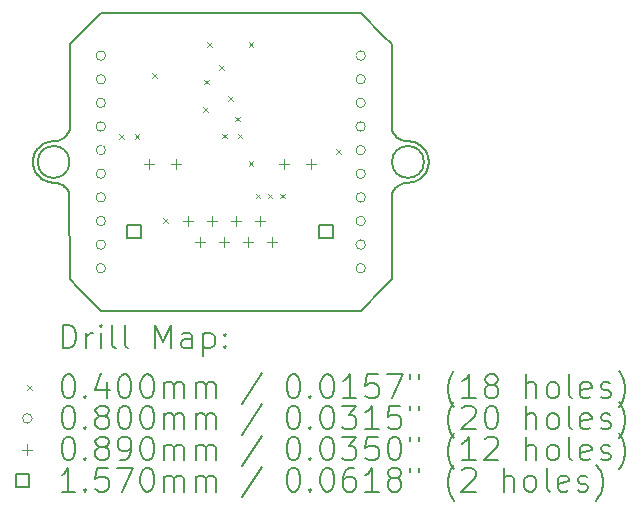
<source format=gbr>
%TF.GenerationSoftware,KiCad,Pcbnew,7.0.7*%
%TF.CreationDate,2023-10-04T16:56:19-06:00*%
%TF.ProjectId,GigE_Module,47696745-5f4d-46f6-9475-6c652e6b6963,rev?*%
%TF.SameCoordinates,Original*%
%TF.FileFunction,Drillmap*%
%TF.FilePolarity,Positive*%
%FSLAX45Y45*%
G04 Gerber Fmt 4.5, Leading zero omitted, Abs format (unit mm)*
G04 Created by KiCad (PCBNEW 7.0.7) date 2023-10-04 16:56:19*
%MOMM*%
%LPD*%
G01*
G04 APERTURE LIST*
%ADD10C,0.150000*%
%ADD11C,0.200000*%
%ADD12C,0.040000*%
%ADD13C,0.080000*%
%ADD14C,0.089000*%
%ADD15C,0.157000*%
G04 APERTURE END LIST*
D10*
X12996918Y-9678902D02*
X13006766Y-9680629D01*
X13041965Y-9312285D02*
X13032865Y-9316427D01*
X16007053Y-9330065D02*
X16016853Y-9332052D01*
X13101537Y-9748564D02*
X13106335Y-9757335D01*
X12986975Y-9677857D02*
X12996918Y-9678902D01*
X12810806Y-9556704D02*
X12814173Y-9566119D01*
X16054443Y-9345469D02*
X16063285Y-9350137D01*
X12967426Y-9677227D02*
X12976983Y-9677500D01*
X15844498Y-9241597D02*
X15848903Y-9250572D01*
X16152125Y-9507610D02*
X16151548Y-9517592D01*
X15986974Y-9677227D02*
X15977417Y-9677500D01*
X15928413Y-9686096D02*
X15919130Y-9689810D01*
X12827416Y-9592997D02*
X12832829Y-9601404D01*
X16079919Y-9644182D02*
X16071660Y-9649817D01*
X13113679Y-9232340D02*
X13112200Y-8507500D01*
X16151567Y-9487629D02*
X16152132Y-9497611D01*
X12947565Y-9674973D02*
X12957463Y-9676384D01*
X16126984Y-9592997D02*
X16121571Y-9601404D01*
X16140227Y-9566119D02*
X16136327Y-9575326D01*
X15840721Y-9232340D02*
X15844498Y-9241597D01*
X12858831Y-9373606D02*
X12851663Y-9380576D01*
X16102737Y-9380576D02*
X16109496Y-9387945D01*
X12851817Y-9624582D02*
X12858994Y-9631544D01*
X12814173Y-9566119D02*
X12818073Y-9575326D01*
X12927877Y-9334594D02*
X12918369Y-9337685D01*
X16121696Y-9403779D02*
X16127098Y-9412192D01*
X16026310Y-9670468D02*
X16016637Y-9672999D01*
X16095406Y-9631544D02*
X16087843Y-9638084D01*
X13023502Y-9319933D02*
X13013920Y-9322788D01*
X15957482Y-9678902D02*
X15947634Y-9680629D01*
X12803967Y-9477694D02*
X12802833Y-9487629D01*
X13074897Y-9289804D02*
X13067264Y-9296261D01*
X16150402Y-9527525D02*
X16148690Y-9537376D01*
X13096145Y-9740144D02*
X13101537Y-9748564D01*
X13100487Y-9259224D02*
X13094894Y-9267512D01*
X12947347Y-9330065D02*
X12937547Y-9332052D01*
X12928090Y-9670468D02*
X12937763Y-9672999D01*
X13025987Y-9686096D02*
X13035270Y-9689810D01*
X16088015Y-9367056D02*
X16095569Y-9373606D01*
X16006835Y-9674973D02*
X15996937Y-9676384D01*
X15940480Y-9322788D02*
X15950235Y-9324979D01*
X15870712Y-9724517D02*
X15864214Y-9732116D01*
X16127098Y-9412192D02*
X16132011Y-9420901D01*
X16136419Y-9429876D02*
X16140307Y-9439087D01*
X12807926Y-9458101D02*
X12805666Y-9467841D01*
X13090186Y-9732116D02*
X13096145Y-9740144D01*
X12818073Y-9575326D02*
X12822492Y-9584295D01*
X15848903Y-9250572D02*
X15853913Y-9259224D01*
X13105497Y-9250572D02*
X13100487Y-9259224D01*
X12900156Y-9659628D02*
X12909256Y-9663772D01*
X16080098Y-9360948D02*
X16088015Y-9367056D01*
X15967425Y-9677857D02*
X15957482Y-9678902D01*
X12874481Y-9644182D02*
X12882740Y-9649817D01*
X15842200Y-10497500D02*
X15767200Y-10572500D01*
X15895195Y-9302178D02*
X15903641Y-9307528D01*
X16115822Y-9395688D02*
X16121696Y-9403779D01*
X16115687Y-9609488D02*
X16109351Y-9617222D01*
X12937547Y-9332052D02*
X12927877Y-9334594D01*
X12984319Y-9327326D02*
X12977200Y-9327500D01*
X16146474Y-9458101D02*
X16148734Y-9467841D01*
X15872331Y-9282838D02*
X15879503Y-9289804D01*
X16109496Y-9387945D02*
X16115822Y-9395688D01*
X12957243Y-9328642D02*
X12947347Y-9330065D01*
X15853913Y-9259224D02*
X15859506Y-9267512D01*
X15910125Y-9694154D02*
X15901441Y-9699109D01*
X12805710Y-9537376D02*
X12807982Y-9547113D01*
X13187200Y-10572500D02*
X13377200Y-10762500D01*
X13052959Y-9699109D02*
X13061281Y-9704650D01*
X16140307Y-9439087D02*
X16143662Y-9448506D01*
X15852863Y-9748564D02*
X15848065Y-9757335D01*
X13076682Y-9717385D02*
X13083688Y-9724517D01*
X12899957Y-9345469D02*
X12891115Y-9350137D01*
X13377200Y-8242500D02*
X15397200Y-8242500D01*
X15977417Y-9677500D02*
X15977417Y-9677500D01*
X16132011Y-9420901D02*
X16136419Y-9429876D01*
X16045348Y-9341314D02*
X16054443Y-9345469D01*
X15879503Y-9289804D02*
X15887136Y-9296261D01*
X13013920Y-9322788D02*
X13004165Y-9324979D01*
X12891115Y-9350137D02*
X12882554Y-9355302D01*
X16016637Y-9672999D02*
X16006835Y-9674973D01*
X12858994Y-9631544D02*
X12866557Y-9638084D01*
X13032865Y-9316427D02*
X13023502Y-9319933D01*
X12802833Y-9487629D02*
X12802268Y-9497611D01*
X15842200Y-8507500D02*
X15767200Y-8432500D01*
X15877718Y-9717385D02*
X15870712Y-9724517D01*
X12967205Y-9327786D02*
X12957243Y-9328642D01*
X16148690Y-9537376D02*
X16146418Y-9547113D01*
X16148734Y-9467841D02*
X16150433Y-9477694D01*
X12838713Y-9609488D02*
X12845049Y-9617222D01*
X16109351Y-9617222D02*
X16102583Y-9624582D01*
X13110518Y-9766416D02*
X13112200Y-10497500D01*
X16136327Y-9575326D02*
X16131908Y-9584295D01*
X12807982Y-9547113D02*
X12810806Y-9556704D01*
X15919130Y-9689810D02*
X15910125Y-9694154D01*
X15864214Y-9732116D02*
X15858255Y-9740144D01*
X15977200Y-9327500D02*
X15987195Y-9327786D01*
X13016471Y-9683031D02*
X13025987Y-9686096D01*
X15930898Y-9319933D02*
X15940480Y-9322788D01*
X15996937Y-9676384D02*
X15986974Y-9677227D01*
X16095569Y-9373606D02*
X16102737Y-9380576D01*
X12805666Y-9467841D02*
X12803967Y-9477694D01*
X16121571Y-9601404D02*
X16115687Y-9609488D01*
X13004165Y-9324979D02*
X12994283Y-9326493D01*
X16063092Y-9654972D02*
X16054244Y-9659628D01*
X15767200Y-10572500D02*
X15577200Y-10762500D01*
X15960117Y-9326493D02*
X15970081Y-9327326D01*
X12866385Y-9367056D02*
X12858831Y-9373606D01*
X15840721Y-9232340D02*
X15842200Y-8507500D01*
X15885199Y-9710752D02*
X15877718Y-9717385D01*
X16146418Y-9547113D02*
X16143594Y-9556704D01*
X13044275Y-9694154D02*
X13052959Y-9699109D01*
X15901441Y-9699109D02*
X15893119Y-9704650D01*
X15997156Y-9328642D02*
X16007053Y-9330065D01*
X12909052Y-9341314D02*
X12899957Y-9345469D01*
X15893119Y-9704650D02*
X15885199Y-9710752D01*
X15912435Y-9312285D02*
X15921535Y-9316427D01*
X15977417Y-9677500D02*
X15967425Y-9677857D01*
X12803998Y-9527525D02*
X12805710Y-9537376D01*
X15767200Y-8432500D02*
X15577200Y-8242500D01*
X12802852Y-9517592D02*
X12803998Y-9527525D01*
X16102583Y-9624582D02*
X16095406Y-9631544D01*
X16036031Y-9337685D02*
X16045348Y-9341314D01*
X16035823Y-9667389D02*
X16026310Y-9670468D01*
X12810738Y-9448506D02*
X12807926Y-9458101D01*
X15887136Y-9296261D02*
X15895195Y-9302178D01*
X15970081Y-9327326D02*
X15977200Y-9327500D01*
X15921535Y-9316427D02*
X15930898Y-9319933D01*
X16131908Y-9584295D02*
X16126984Y-9592997D01*
X12814093Y-9439087D02*
X12810738Y-9448506D01*
X12845049Y-9617222D02*
X12851817Y-9624582D01*
X13082069Y-9282838D02*
X13074897Y-9289804D01*
X13113679Y-9232340D02*
X13109902Y-9241597D01*
X12957463Y-9676384D02*
X12967426Y-9677227D01*
X13059205Y-9302178D02*
X13050759Y-9307528D01*
X15577200Y-10762500D02*
X13377200Y-10762500D01*
X16063285Y-9350137D02*
X16071846Y-9355302D01*
X12891308Y-9654972D02*
X12900156Y-9659628D01*
X16071660Y-9649817D02*
X16063092Y-9654972D01*
X16151548Y-9517592D02*
X16150402Y-9527525D01*
D11*
X13112200Y-9502500D02*
G75*
G03*
X13112200Y-9502500I-135000J0D01*
G01*
D10*
X12832829Y-9601404D02*
X12838713Y-9609488D01*
X12822492Y-9584295D02*
X12827416Y-9592997D01*
X13109902Y-9241597D02*
X13105497Y-9250572D01*
X13050759Y-9307528D02*
X13041965Y-9312285D01*
X13067264Y-9296261D02*
X13059205Y-9302178D01*
X16054244Y-9659628D02*
X16045144Y-9663772D01*
X15865655Y-9275395D02*
X15872331Y-9282838D01*
X13112200Y-10497500D02*
X13187200Y-10572500D01*
X13187200Y-8432500D02*
X13377200Y-8242500D01*
X16071846Y-9355302D02*
X16080098Y-9360948D01*
X12937763Y-9672999D02*
X12947565Y-9674973D01*
X12994283Y-9326493D02*
X12984319Y-9327326D01*
X12802275Y-9507610D02*
X12802852Y-9517592D01*
X16143662Y-9448506D02*
X16146474Y-9458101D01*
X15903641Y-9307528D02*
X15912435Y-9312285D01*
X12882740Y-9649817D02*
X12891308Y-9654972D01*
X12909256Y-9663772D02*
X12918577Y-9667389D01*
X16087843Y-9638084D02*
X16079919Y-9644182D01*
X12976983Y-9677500D02*
X12986975Y-9677857D01*
X13006766Y-9680629D02*
X13016471Y-9683031D01*
X15859506Y-9267512D02*
X15865655Y-9275395D01*
X16016853Y-9332052D02*
X16026522Y-9334594D01*
X12827301Y-9412192D02*
X12822389Y-9420901D01*
X15947634Y-9680629D02*
X15937929Y-9683031D01*
X12918369Y-9337685D02*
X12909052Y-9341314D01*
X16045144Y-9663772D02*
X16035823Y-9667389D01*
X13112200Y-8507500D02*
X13187200Y-8432500D01*
X12851663Y-9380576D02*
X12844904Y-9387945D01*
X15937929Y-9683031D02*
X15928413Y-9686096D01*
X12874302Y-9360948D02*
X12866385Y-9367056D01*
X13061281Y-9704650D02*
X13069201Y-9710752D01*
X12918577Y-9667389D02*
X12928090Y-9670468D01*
X15577200Y-8242500D02*
X15397200Y-8242500D01*
X15858255Y-9740144D02*
X15852863Y-9748564D01*
X13094894Y-9267512D02*
X13088745Y-9275395D01*
X12977200Y-9327500D02*
X12967205Y-9327786D01*
X12882554Y-9355302D02*
X12874302Y-9360948D01*
X16150433Y-9477694D02*
X16151567Y-9487629D01*
X13106335Y-9757335D02*
X13110518Y-9766416D01*
X13035270Y-9689810D02*
X13044275Y-9694154D01*
X12802268Y-9497611D02*
X12802275Y-9507610D01*
X16026522Y-9334594D02*
X16036031Y-9337685D01*
X13088745Y-9275395D02*
X13082069Y-9282838D01*
X15950235Y-9324979D02*
X15960117Y-9326493D01*
X16143594Y-9556704D02*
X16140227Y-9566119D01*
X15843882Y-9766416D02*
X15842200Y-10497500D01*
X12832704Y-9403779D02*
X12827301Y-9412192D01*
X12866557Y-9638084D02*
X12874481Y-9644182D01*
X12844904Y-9387945D02*
X12838578Y-9395688D01*
X16152132Y-9497611D02*
X16152125Y-9507610D01*
D11*
X16112200Y-9502500D02*
G75*
G03*
X16112200Y-9502500I-135000J0D01*
G01*
D10*
X12838578Y-9395688D02*
X12832704Y-9403779D01*
X15987195Y-9327786D02*
X15997156Y-9328642D01*
X12817981Y-9429876D02*
X12814093Y-9439087D01*
X12822389Y-9420901D02*
X12817981Y-9429876D01*
X15848065Y-9757335D02*
X15843882Y-9766416D01*
X13069201Y-9710752D02*
X13076682Y-9717385D01*
X13083688Y-9724517D02*
X13090186Y-9732116D01*
D11*
D12*
X13530450Y-9270000D02*
X13570450Y-9310000D01*
X13570450Y-9270000D02*
X13530450Y-9310000D01*
X13663000Y-9270000D02*
X13703000Y-9310000D01*
X13703000Y-9270000D02*
X13663000Y-9310000D01*
X13811200Y-8752500D02*
X13851200Y-8792500D01*
X13851200Y-8752500D02*
X13811200Y-8792500D01*
X13904000Y-9980000D02*
X13944000Y-10020000D01*
X13944000Y-9980000D02*
X13904000Y-10020000D01*
X14244650Y-9039264D02*
X14284650Y-9079264D01*
X14284650Y-9039264D02*
X14244650Y-9079264D01*
X14251000Y-8806000D02*
X14291000Y-8846000D01*
X14291000Y-8806000D02*
X14251000Y-8846000D01*
X14280000Y-8491000D02*
X14320000Y-8531000D01*
X14320000Y-8491000D02*
X14280000Y-8531000D01*
X14379000Y-8680000D02*
X14419000Y-8720000D01*
X14419000Y-8680000D02*
X14379000Y-8720000D01*
X14403792Y-9264000D02*
X14443792Y-9304000D01*
X14443792Y-9264000D02*
X14403792Y-9304000D01*
X14458000Y-8944000D02*
X14498000Y-8984000D01*
X14498000Y-8944000D02*
X14458000Y-8984000D01*
X14513450Y-9119050D02*
X14553450Y-9159050D01*
X14553450Y-9119050D02*
X14513450Y-9159050D01*
X14536000Y-9264000D02*
X14576000Y-9304000D01*
X14576000Y-9264000D02*
X14536000Y-9304000D01*
X14629000Y-8491000D02*
X14669000Y-8531000D01*
X14669000Y-8491000D02*
X14629000Y-8531000D01*
X14629750Y-9493691D02*
X14669750Y-9533691D01*
X14669750Y-9493691D02*
X14629750Y-9533691D01*
X14688528Y-9770000D02*
X14728528Y-9810000D01*
X14728528Y-9770000D02*
X14688528Y-9810000D01*
X14790000Y-9770000D02*
X14830000Y-9810000D01*
X14830000Y-9770000D02*
X14790000Y-9810000D01*
X14892472Y-9770000D02*
X14932472Y-9810000D01*
X14932472Y-9770000D02*
X14892472Y-9810000D01*
X15368200Y-9391389D02*
X15408200Y-9431389D01*
X15408200Y-9391389D02*
X15368200Y-9431389D01*
D13*
X13417200Y-8602500D02*
G75*
G03*
X13417200Y-8602500I-40000J0D01*
G01*
X13417200Y-8802500D02*
G75*
G03*
X13417200Y-8802500I-40000J0D01*
G01*
X13417200Y-9002500D02*
G75*
G03*
X13417200Y-9002500I-40000J0D01*
G01*
X13417200Y-9202500D02*
G75*
G03*
X13417200Y-9202500I-40000J0D01*
G01*
X13417200Y-9402500D02*
G75*
G03*
X13417200Y-9402500I-40000J0D01*
G01*
X13417200Y-9602500D02*
G75*
G03*
X13417200Y-9602500I-40000J0D01*
G01*
X13417200Y-9802500D02*
G75*
G03*
X13417200Y-9802500I-40000J0D01*
G01*
X13417200Y-10002500D02*
G75*
G03*
X13417200Y-10002500I-40000J0D01*
G01*
X13417200Y-10202500D02*
G75*
G03*
X13417200Y-10202500I-40000J0D01*
G01*
X13417200Y-10402500D02*
G75*
G03*
X13417200Y-10402500I-40000J0D01*
G01*
X15617200Y-8602500D02*
G75*
G03*
X15617200Y-8602500I-40000J0D01*
G01*
X15617200Y-8802500D02*
G75*
G03*
X15617200Y-8802500I-40000J0D01*
G01*
X15617200Y-9002500D02*
G75*
G03*
X15617200Y-9002500I-40000J0D01*
G01*
X15617200Y-9202500D02*
G75*
G03*
X15617200Y-9202500I-40000J0D01*
G01*
X15617200Y-9402500D02*
G75*
G03*
X15617200Y-9402500I-40000J0D01*
G01*
X15617200Y-9602500D02*
G75*
G03*
X15617200Y-9602500I-40000J0D01*
G01*
X15617200Y-9802500D02*
G75*
G03*
X15617200Y-9802500I-40000J0D01*
G01*
X15617200Y-10002500D02*
G75*
G03*
X15617200Y-10002500I-40000J0D01*
G01*
X15617200Y-10202500D02*
G75*
G03*
X15617200Y-10202500I-40000J0D01*
G01*
X15617200Y-10402500D02*
G75*
G03*
X15617200Y-10402500I-40000J0D01*
G01*
D14*
X13785000Y-9476500D02*
X13785000Y-9565500D01*
X13740500Y-9521000D02*
X13829500Y-9521000D01*
X14014000Y-9476500D02*
X14014000Y-9565500D01*
X13969500Y-9521000D02*
X14058500Y-9521000D01*
X14115800Y-9958500D02*
X14115800Y-10047500D01*
X14071300Y-10003000D02*
X14160300Y-10003000D01*
X14217400Y-10136500D02*
X14217400Y-10225500D01*
X14172900Y-10181000D02*
X14261900Y-10181000D01*
X14319000Y-9958500D02*
X14319000Y-10047500D01*
X14274500Y-10003000D02*
X14363500Y-10003000D01*
X14420600Y-10136500D02*
X14420600Y-10225500D01*
X14376100Y-10181000D02*
X14465100Y-10181000D01*
X14522200Y-9958500D02*
X14522200Y-10047500D01*
X14477700Y-10003000D02*
X14566700Y-10003000D01*
X14623800Y-10136500D02*
X14623800Y-10225500D01*
X14579300Y-10181000D02*
X14668300Y-10181000D01*
X14725400Y-9958500D02*
X14725400Y-10047500D01*
X14680900Y-10003000D02*
X14769900Y-10003000D01*
X14827000Y-10136500D02*
X14827000Y-10225500D01*
X14782500Y-10181000D02*
X14871500Y-10181000D01*
X14928000Y-9476500D02*
X14928000Y-9565500D01*
X14883500Y-9521000D02*
X14972500Y-9521000D01*
X15157000Y-9476500D02*
X15157000Y-9565500D01*
X15112500Y-9521000D02*
X15201500Y-9521000D01*
D15*
X13713508Y-10147508D02*
X13713508Y-10036492D01*
X13602492Y-10036492D01*
X13602492Y-10147508D01*
X13713508Y-10147508D01*
X15339508Y-10147508D02*
X15339508Y-10036492D01*
X15228492Y-10036492D01*
X15228492Y-10147508D01*
X15339508Y-10147508D01*
D11*
X13055545Y-11081484D02*
X13055545Y-10881484D01*
X13055545Y-10881484D02*
X13103164Y-10881484D01*
X13103164Y-10881484D02*
X13131736Y-10891008D01*
X13131736Y-10891008D02*
X13150783Y-10910055D01*
X13150783Y-10910055D02*
X13160307Y-10929103D01*
X13160307Y-10929103D02*
X13169831Y-10967198D01*
X13169831Y-10967198D02*
X13169831Y-10995770D01*
X13169831Y-10995770D02*
X13160307Y-11033865D01*
X13160307Y-11033865D02*
X13150783Y-11052912D01*
X13150783Y-11052912D02*
X13131736Y-11071960D01*
X13131736Y-11071960D02*
X13103164Y-11081484D01*
X13103164Y-11081484D02*
X13055545Y-11081484D01*
X13255545Y-11081484D02*
X13255545Y-10948150D01*
X13255545Y-10986246D02*
X13265069Y-10967198D01*
X13265069Y-10967198D02*
X13274593Y-10957674D01*
X13274593Y-10957674D02*
X13293640Y-10948150D01*
X13293640Y-10948150D02*
X13312688Y-10948150D01*
X13379355Y-11081484D02*
X13379355Y-10948150D01*
X13379355Y-10881484D02*
X13369831Y-10891008D01*
X13369831Y-10891008D02*
X13379355Y-10900531D01*
X13379355Y-10900531D02*
X13388878Y-10891008D01*
X13388878Y-10891008D02*
X13379355Y-10881484D01*
X13379355Y-10881484D02*
X13379355Y-10900531D01*
X13503164Y-11081484D02*
X13484116Y-11071960D01*
X13484116Y-11071960D02*
X13474593Y-11052912D01*
X13474593Y-11052912D02*
X13474593Y-10881484D01*
X13607926Y-11081484D02*
X13588878Y-11071960D01*
X13588878Y-11071960D02*
X13579355Y-11052912D01*
X13579355Y-11052912D02*
X13579355Y-10881484D01*
X13836497Y-11081484D02*
X13836497Y-10881484D01*
X13836497Y-10881484D02*
X13903164Y-11024341D01*
X13903164Y-11024341D02*
X13969831Y-10881484D01*
X13969831Y-10881484D02*
X13969831Y-11081484D01*
X14150783Y-11081484D02*
X14150783Y-10976722D01*
X14150783Y-10976722D02*
X14141259Y-10957674D01*
X14141259Y-10957674D02*
X14122212Y-10948150D01*
X14122212Y-10948150D02*
X14084116Y-10948150D01*
X14084116Y-10948150D02*
X14065069Y-10957674D01*
X14150783Y-11071960D02*
X14131736Y-11081484D01*
X14131736Y-11081484D02*
X14084116Y-11081484D01*
X14084116Y-11081484D02*
X14065069Y-11071960D01*
X14065069Y-11071960D02*
X14055545Y-11052912D01*
X14055545Y-11052912D02*
X14055545Y-11033865D01*
X14055545Y-11033865D02*
X14065069Y-11014817D01*
X14065069Y-11014817D02*
X14084116Y-11005293D01*
X14084116Y-11005293D02*
X14131736Y-11005293D01*
X14131736Y-11005293D02*
X14150783Y-10995770D01*
X14246021Y-10948150D02*
X14246021Y-11148150D01*
X14246021Y-10957674D02*
X14265069Y-10948150D01*
X14265069Y-10948150D02*
X14303164Y-10948150D01*
X14303164Y-10948150D02*
X14322212Y-10957674D01*
X14322212Y-10957674D02*
X14331736Y-10967198D01*
X14331736Y-10967198D02*
X14341259Y-10986246D01*
X14341259Y-10986246D02*
X14341259Y-11043389D01*
X14341259Y-11043389D02*
X14331736Y-11062436D01*
X14331736Y-11062436D02*
X14322212Y-11071960D01*
X14322212Y-11071960D02*
X14303164Y-11081484D01*
X14303164Y-11081484D02*
X14265069Y-11081484D01*
X14265069Y-11081484D02*
X14246021Y-11071960D01*
X14426974Y-11062436D02*
X14436497Y-11071960D01*
X14436497Y-11071960D02*
X14426974Y-11081484D01*
X14426974Y-11081484D02*
X14417450Y-11071960D01*
X14417450Y-11071960D02*
X14426974Y-11062436D01*
X14426974Y-11062436D02*
X14426974Y-11081484D01*
X14426974Y-10957674D02*
X14436497Y-10967198D01*
X14436497Y-10967198D02*
X14426974Y-10976722D01*
X14426974Y-10976722D02*
X14417450Y-10967198D01*
X14417450Y-10967198D02*
X14426974Y-10957674D01*
X14426974Y-10957674D02*
X14426974Y-10976722D01*
D12*
X12754768Y-11390000D02*
X12794768Y-11430000D01*
X12794768Y-11390000D02*
X12754768Y-11430000D01*
D11*
X13093640Y-11301484D02*
X13112688Y-11301484D01*
X13112688Y-11301484D02*
X13131736Y-11311008D01*
X13131736Y-11311008D02*
X13141259Y-11320531D01*
X13141259Y-11320531D02*
X13150783Y-11339579D01*
X13150783Y-11339579D02*
X13160307Y-11377674D01*
X13160307Y-11377674D02*
X13160307Y-11425293D01*
X13160307Y-11425293D02*
X13150783Y-11463388D01*
X13150783Y-11463388D02*
X13141259Y-11482436D01*
X13141259Y-11482436D02*
X13131736Y-11491960D01*
X13131736Y-11491960D02*
X13112688Y-11501484D01*
X13112688Y-11501484D02*
X13093640Y-11501484D01*
X13093640Y-11501484D02*
X13074593Y-11491960D01*
X13074593Y-11491960D02*
X13065069Y-11482436D01*
X13065069Y-11482436D02*
X13055545Y-11463388D01*
X13055545Y-11463388D02*
X13046021Y-11425293D01*
X13046021Y-11425293D02*
X13046021Y-11377674D01*
X13046021Y-11377674D02*
X13055545Y-11339579D01*
X13055545Y-11339579D02*
X13065069Y-11320531D01*
X13065069Y-11320531D02*
X13074593Y-11311008D01*
X13074593Y-11311008D02*
X13093640Y-11301484D01*
X13246021Y-11482436D02*
X13255545Y-11491960D01*
X13255545Y-11491960D02*
X13246021Y-11501484D01*
X13246021Y-11501484D02*
X13236497Y-11491960D01*
X13236497Y-11491960D02*
X13246021Y-11482436D01*
X13246021Y-11482436D02*
X13246021Y-11501484D01*
X13426974Y-11368150D02*
X13426974Y-11501484D01*
X13379355Y-11291960D02*
X13331736Y-11434817D01*
X13331736Y-11434817D02*
X13455545Y-11434817D01*
X13569831Y-11301484D02*
X13588878Y-11301484D01*
X13588878Y-11301484D02*
X13607926Y-11311008D01*
X13607926Y-11311008D02*
X13617450Y-11320531D01*
X13617450Y-11320531D02*
X13626974Y-11339579D01*
X13626974Y-11339579D02*
X13636497Y-11377674D01*
X13636497Y-11377674D02*
X13636497Y-11425293D01*
X13636497Y-11425293D02*
X13626974Y-11463388D01*
X13626974Y-11463388D02*
X13617450Y-11482436D01*
X13617450Y-11482436D02*
X13607926Y-11491960D01*
X13607926Y-11491960D02*
X13588878Y-11501484D01*
X13588878Y-11501484D02*
X13569831Y-11501484D01*
X13569831Y-11501484D02*
X13550783Y-11491960D01*
X13550783Y-11491960D02*
X13541259Y-11482436D01*
X13541259Y-11482436D02*
X13531736Y-11463388D01*
X13531736Y-11463388D02*
X13522212Y-11425293D01*
X13522212Y-11425293D02*
X13522212Y-11377674D01*
X13522212Y-11377674D02*
X13531736Y-11339579D01*
X13531736Y-11339579D02*
X13541259Y-11320531D01*
X13541259Y-11320531D02*
X13550783Y-11311008D01*
X13550783Y-11311008D02*
X13569831Y-11301484D01*
X13760307Y-11301484D02*
X13779355Y-11301484D01*
X13779355Y-11301484D02*
X13798402Y-11311008D01*
X13798402Y-11311008D02*
X13807926Y-11320531D01*
X13807926Y-11320531D02*
X13817450Y-11339579D01*
X13817450Y-11339579D02*
X13826974Y-11377674D01*
X13826974Y-11377674D02*
X13826974Y-11425293D01*
X13826974Y-11425293D02*
X13817450Y-11463388D01*
X13817450Y-11463388D02*
X13807926Y-11482436D01*
X13807926Y-11482436D02*
X13798402Y-11491960D01*
X13798402Y-11491960D02*
X13779355Y-11501484D01*
X13779355Y-11501484D02*
X13760307Y-11501484D01*
X13760307Y-11501484D02*
X13741259Y-11491960D01*
X13741259Y-11491960D02*
X13731736Y-11482436D01*
X13731736Y-11482436D02*
X13722212Y-11463388D01*
X13722212Y-11463388D02*
X13712688Y-11425293D01*
X13712688Y-11425293D02*
X13712688Y-11377674D01*
X13712688Y-11377674D02*
X13722212Y-11339579D01*
X13722212Y-11339579D02*
X13731736Y-11320531D01*
X13731736Y-11320531D02*
X13741259Y-11311008D01*
X13741259Y-11311008D02*
X13760307Y-11301484D01*
X13912688Y-11501484D02*
X13912688Y-11368150D01*
X13912688Y-11387198D02*
X13922212Y-11377674D01*
X13922212Y-11377674D02*
X13941259Y-11368150D01*
X13941259Y-11368150D02*
X13969831Y-11368150D01*
X13969831Y-11368150D02*
X13988878Y-11377674D01*
X13988878Y-11377674D02*
X13998402Y-11396722D01*
X13998402Y-11396722D02*
X13998402Y-11501484D01*
X13998402Y-11396722D02*
X14007926Y-11377674D01*
X14007926Y-11377674D02*
X14026974Y-11368150D01*
X14026974Y-11368150D02*
X14055545Y-11368150D01*
X14055545Y-11368150D02*
X14074593Y-11377674D01*
X14074593Y-11377674D02*
X14084117Y-11396722D01*
X14084117Y-11396722D02*
X14084117Y-11501484D01*
X14179355Y-11501484D02*
X14179355Y-11368150D01*
X14179355Y-11387198D02*
X14188878Y-11377674D01*
X14188878Y-11377674D02*
X14207926Y-11368150D01*
X14207926Y-11368150D02*
X14236498Y-11368150D01*
X14236498Y-11368150D02*
X14255545Y-11377674D01*
X14255545Y-11377674D02*
X14265069Y-11396722D01*
X14265069Y-11396722D02*
X14265069Y-11501484D01*
X14265069Y-11396722D02*
X14274593Y-11377674D01*
X14274593Y-11377674D02*
X14293640Y-11368150D01*
X14293640Y-11368150D02*
X14322212Y-11368150D01*
X14322212Y-11368150D02*
X14341259Y-11377674D01*
X14341259Y-11377674D02*
X14350783Y-11396722D01*
X14350783Y-11396722D02*
X14350783Y-11501484D01*
X14741259Y-11291960D02*
X14569831Y-11549103D01*
X14998402Y-11301484D02*
X15017450Y-11301484D01*
X15017450Y-11301484D02*
X15036498Y-11311008D01*
X15036498Y-11311008D02*
X15046021Y-11320531D01*
X15046021Y-11320531D02*
X15055545Y-11339579D01*
X15055545Y-11339579D02*
X15065069Y-11377674D01*
X15065069Y-11377674D02*
X15065069Y-11425293D01*
X15065069Y-11425293D02*
X15055545Y-11463388D01*
X15055545Y-11463388D02*
X15046021Y-11482436D01*
X15046021Y-11482436D02*
X15036498Y-11491960D01*
X15036498Y-11491960D02*
X15017450Y-11501484D01*
X15017450Y-11501484D02*
X14998402Y-11501484D01*
X14998402Y-11501484D02*
X14979355Y-11491960D01*
X14979355Y-11491960D02*
X14969831Y-11482436D01*
X14969831Y-11482436D02*
X14960307Y-11463388D01*
X14960307Y-11463388D02*
X14950783Y-11425293D01*
X14950783Y-11425293D02*
X14950783Y-11377674D01*
X14950783Y-11377674D02*
X14960307Y-11339579D01*
X14960307Y-11339579D02*
X14969831Y-11320531D01*
X14969831Y-11320531D02*
X14979355Y-11311008D01*
X14979355Y-11311008D02*
X14998402Y-11301484D01*
X15150783Y-11482436D02*
X15160307Y-11491960D01*
X15160307Y-11491960D02*
X15150783Y-11501484D01*
X15150783Y-11501484D02*
X15141260Y-11491960D01*
X15141260Y-11491960D02*
X15150783Y-11482436D01*
X15150783Y-11482436D02*
X15150783Y-11501484D01*
X15284117Y-11301484D02*
X15303164Y-11301484D01*
X15303164Y-11301484D02*
X15322212Y-11311008D01*
X15322212Y-11311008D02*
X15331736Y-11320531D01*
X15331736Y-11320531D02*
X15341260Y-11339579D01*
X15341260Y-11339579D02*
X15350783Y-11377674D01*
X15350783Y-11377674D02*
X15350783Y-11425293D01*
X15350783Y-11425293D02*
X15341260Y-11463388D01*
X15341260Y-11463388D02*
X15331736Y-11482436D01*
X15331736Y-11482436D02*
X15322212Y-11491960D01*
X15322212Y-11491960D02*
X15303164Y-11501484D01*
X15303164Y-11501484D02*
X15284117Y-11501484D01*
X15284117Y-11501484D02*
X15265069Y-11491960D01*
X15265069Y-11491960D02*
X15255545Y-11482436D01*
X15255545Y-11482436D02*
X15246021Y-11463388D01*
X15246021Y-11463388D02*
X15236498Y-11425293D01*
X15236498Y-11425293D02*
X15236498Y-11377674D01*
X15236498Y-11377674D02*
X15246021Y-11339579D01*
X15246021Y-11339579D02*
X15255545Y-11320531D01*
X15255545Y-11320531D02*
X15265069Y-11311008D01*
X15265069Y-11311008D02*
X15284117Y-11301484D01*
X15541260Y-11501484D02*
X15426974Y-11501484D01*
X15484117Y-11501484D02*
X15484117Y-11301484D01*
X15484117Y-11301484D02*
X15465069Y-11330055D01*
X15465069Y-11330055D02*
X15446021Y-11349103D01*
X15446021Y-11349103D02*
X15426974Y-11358627D01*
X15722212Y-11301484D02*
X15626974Y-11301484D01*
X15626974Y-11301484D02*
X15617450Y-11396722D01*
X15617450Y-11396722D02*
X15626974Y-11387198D01*
X15626974Y-11387198D02*
X15646021Y-11377674D01*
X15646021Y-11377674D02*
X15693641Y-11377674D01*
X15693641Y-11377674D02*
X15712688Y-11387198D01*
X15712688Y-11387198D02*
X15722212Y-11396722D01*
X15722212Y-11396722D02*
X15731736Y-11415769D01*
X15731736Y-11415769D02*
X15731736Y-11463388D01*
X15731736Y-11463388D02*
X15722212Y-11482436D01*
X15722212Y-11482436D02*
X15712688Y-11491960D01*
X15712688Y-11491960D02*
X15693641Y-11501484D01*
X15693641Y-11501484D02*
X15646021Y-11501484D01*
X15646021Y-11501484D02*
X15626974Y-11491960D01*
X15626974Y-11491960D02*
X15617450Y-11482436D01*
X15798402Y-11301484D02*
X15931736Y-11301484D01*
X15931736Y-11301484D02*
X15846021Y-11501484D01*
X15998402Y-11301484D02*
X15998402Y-11339579D01*
X16074593Y-11301484D02*
X16074593Y-11339579D01*
X16369831Y-11577674D02*
X16360307Y-11568150D01*
X16360307Y-11568150D02*
X16341260Y-11539579D01*
X16341260Y-11539579D02*
X16331736Y-11520531D01*
X16331736Y-11520531D02*
X16322212Y-11491960D01*
X16322212Y-11491960D02*
X16312688Y-11444341D01*
X16312688Y-11444341D02*
X16312688Y-11406246D01*
X16312688Y-11406246D02*
X16322212Y-11358627D01*
X16322212Y-11358627D02*
X16331736Y-11330055D01*
X16331736Y-11330055D02*
X16341260Y-11311008D01*
X16341260Y-11311008D02*
X16360307Y-11282436D01*
X16360307Y-11282436D02*
X16369831Y-11272912D01*
X16550783Y-11501484D02*
X16436498Y-11501484D01*
X16493641Y-11501484D02*
X16493641Y-11301484D01*
X16493641Y-11301484D02*
X16474593Y-11330055D01*
X16474593Y-11330055D02*
X16455545Y-11349103D01*
X16455545Y-11349103D02*
X16436498Y-11358627D01*
X16665069Y-11387198D02*
X16646022Y-11377674D01*
X16646022Y-11377674D02*
X16636498Y-11368150D01*
X16636498Y-11368150D02*
X16626974Y-11349103D01*
X16626974Y-11349103D02*
X16626974Y-11339579D01*
X16626974Y-11339579D02*
X16636498Y-11320531D01*
X16636498Y-11320531D02*
X16646022Y-11311008D01*
X16646022Y-11311008D02*
X16665069Y-11301484D01*
X16665069Y-11301484D02*
X16703164Y-11301484D01*
X16703164Y-11301484D02*
X16722212Y-11311008D01*
X16722212Y-11311008D02*
X16731736Y-11320531D01*
X16731736Y-11320531D02*
X16741260Y-11339579D01*
X16741260Y-11339579D02*
X16741260Y-11349103D01*
X16741260Y-11349103D02*
X16731736Y-11368150D01*
X16731736Y-11368150D02*
X16722212Y-11377674D01*
X16722212Y-11377674D02*
X16703164Y-11387198D01*
X16703164Y-11387198D02*
X16665069Y-11387198D01*
X16665069Y-11387198D02*
X16646022Y-11396722D01*
X16646022Y-11396722D02*
X16636498Y-11406246D01*
X16636498Y-11406246D02*
X16626974Y-11425293D01*
X16626974Y-11425293D02*
X16626974Y-11463388D01*
X16626974Y-11463388D02*
X16636498Y-11482436D01*
X16636498Y-11482436D02*
X16646022Y-11491960D01*
X16646022Y-11491960D02*
X16665069Y-11501484D01*
X16665069Y-11501484D02*
X16703164Y-11501484D01*
X16703164Y-11501484D02*
X16722212Y-11491960D01*
X16722212Y-11491960D02*
X16731736Y-11482436D01*
X16731736Y-11482436D02*
X16741260Y-11463388D01*
X16741260Y-11463388D02*
X16741260Y-11425293D01*
X16741260Y-11425293D02*
X16731736Y-11406246D01*
X16731736Y-11406246D02*
X16722212Y-11396722D01*
X16722212Y-11396722D02*
X16703164Y-11387198D01*
X16979355Y-11501484D02*
X16979355Y-11301484D01*
X17065069Y-11501484D02*
X17065069Y-11396722D01*
X17065069Y-11396722D02*
X17055546Y-11377674D01*
X17055546Y-11377674D02*
X17036498Y-11368150D01*
X17036498Y-11368150D02*
X17007926Y-11368150D01*
X17007926Y-11368150D02*
X16988879Y-11377674D01*
X16988879Y-11377674D02*
X16979355Y-11387198D01*
X17188879Y-11501484D02*
X17169831Y-11491960D01*
X17169831Y-11491960D02*
X17160307Y-11482436D01*
X17160307Y-11482436D02*
X17150784Y-11463388D01*
X17150784Y-11463388D02*
X17150784Y-11406246D01*
X17150784Y-11406246D02*
X17160307Y-11387198D01*
X17160307Y-11387198D02*
X17169831Y-11377674D01*
X17169831Y-11377674D02*
X17188879Y-11368150D01*
X17188879Y-11368150D02*
X17217450Y-11368150D01*
X17217450Y-11368150D02*
X17236498Y-11377674D01*
X17236498Y-11377674D02*
X17246022Y-11387198D01*
X17246022Y-11387198D02*
X17255546Y-11406246D01*
X17255546Y-11406246D02*
X17255546Y-11463388D01*
X17255546Y-11463388D02*
X17246022Y-11482436D01*
X17246022Y-11482436D02*
X17236498Y-11491960D01*
X17236498Y-11491960D02*
X17217450Y-11501484D01*
X17217450Y-11501484D02*
X17188879Y-11501484D01*
X17369831Y-11501484D02*
X17350784Y-11491960D01*
X17350784Y-11491960D02*
X17341260Y-11472912D01*
X17341260Y-11472912D02*
X17341260Y-11301484D01*
X17522212Y-11491960D02*
X17503165Y-11501484D01*
X17503165Y-11501484D02*
X17465069Y-11501484D01*
X17465069Y-11501484D02*
X17446022Y-11491960D01*
X17446022Y-11491960D02*
X17436498Y-11472912D01*
X17436498Y-11472912D02*
X17436498Y-11396722D01*
X17436498Y-11396722D02*
X17446022Y-11377674D01*
X17446022Y-11377674D02*
X17465069Y-11368150D01*
X17465069Y-11368150D02*
X17503165Y-11368150D01*
X17503165Y-11368150D02*
X17522212Y-11377674D01*
X17522212Y-11377674D02*
X17531736Y-11396722D01*
X17531736Y-11396722D02*
X17531736Y-11415769D01*
X17531736Y-11415769D02*
X17436498Y-11434817D01*
X17607927Y-11491960D02*
X17626974Y-11501484D01*
X17626974Y-11501484D02*
X17665069Y-11501484D01*
X17665069Y-11501484D02*
X17684117Y-11491960D01*
X17684117Y-11491960D02*
X17693641Y-11472912D01*
X17693641Y-11472912D02*
X17693641Y-11463388D01*
X17693641Y-11463388D02*
X17684117Y-11444341D01*
X17684117Y-11444341D02*
X17665069Y-11434817D01*
X17665069Y-11434817D02*
X17636498Y-11434817D01*
X17636498Y-11434817D02*
X17617450Y-11425293D01*
X17617450Y-11425293D02*
X17607927Y-11406246D01*
X17607927Y-11406246D02*
X17607927Y-11396722D01*
X17607927Y-11396722D02*
X17617450Y-11377674D01*
X17617450Y-11377674D02*
X17636498Y-11368150D01*
X17636498Y-11368150D02*
X17665069Y-11368150D01*
X17665069Y-11368150D02*
X17684117Y-11377674D01*
X17760308Y-11577674D02*
X17769831Y-11568150D01*
X17769831Y-11568150D02*
X17788879Y-11539579D01*
X17788879Y-11539579D02*
X17798403Y-11520531D01*
X17798403Y-11520531D02*
X17807927Y-11491960D01*
X17807927Y-11491960D02*
X17817450Y-11444341D01*
X17817450Y-11444341D02*
X17817450Y-11406246D01*
X17817450Y-11406246D02*
X17807927Y-11358627D01*
X17807927Y-11358627D02*
X17798403Y-11330055D01*
X17798403Y-11330055D02*
X17788879Y-11311008D01*
X17788879Y-11311008D02*
X17769831Y-11282436D01*
X17769831Y-11282436D02*
X17760308Y-11272912D01*
D13*
X12794768Y-11674000D02*
G75*
G03*
X12794768Y-11674000I-40000J0D01*
G01*
D11*
X13093640Y-11565484D02*
X13112688Y-11565484D01*
X13112688Y-11565484D02*
X13131736Y-11575008D01*
X13131736Y-11575008D02*
X13141259Y-11584531D01*
X13141259Y-11584531D02*
X13150783Y-11603579D01*
X13150783Y-11603579D02*
X13160307Y-11641674D01*
X13160307Y-11641674D02*
X13160307Y-11689293D01*
X13160307Y-11689293D02*
X13150783Y-11727388D01*
X13150783Y-11727388D02*
X13141259Y-11746436D01*
X13141259Y-11746436D02*
X13131736Y-11755960D01*
X13131736Y-11755960D02*
X13112688Y-11765484D01*
X13112688Y-11765484D02*
X13093640Y-11765484D01*
X13093640Y-11765484D02*
X13074593Y-11755960D01*
X13074593Y-11755960D02*
X13065069Y-11746436D01*
X13065069Y-11746436D02*
X13055545Y-11727388D01*
X13055545Y-11727388D02*
X13046021Y-11689293D01*
X13046021Y-11689293D02*
X13046021Y-11641674D01*
X13046021Y-11641674D02*
X13055545Y-11603579D01*
X13055545Y-11603579D02*
X13065069Y-11584531D01*
X13065069Y-11584531D02*
X13074593Y-11575008D01*
X13074593Y-11575008D02*
X13093640Y-11565484D01*
X13246021Y-11746436D02*
X13255545Y-11755960D01*
X13255545Y-11755960D02*
X13246021Y-11765484D01*
X13246021Y-11765484D02*
X13236497Y-11755960D01*
X13236497Y-11755960D02*
X13246021Y-11746436D01*
X13246021Y-11746436D02*
X13246021Y-11765484D01*
X13369831Y-11651198D02*
X13350783Y-11641674D01*
X13350783Y-11641674D02*
X13341259Y-11632150D01*
X13341259Y-11632150D02*
X13331736Y-11613103D01*
X13331736Y-11613103D02*
X13331736Y-11603579D01*
X13331736Y-11603579D02*
X13341259Y-11584531D01*
X13341259Y-11584531D02*
X13350783Y-11575008D01*
X13350783Y-11575008D02*
X13369831Y-11565484D01*
X13369831Y-11565484D02*
X13407926Y-11565484D01*
X13407926Y-11565484D02*
X13426974Y-11575008D01*
X13426974Y-11575008D02*
X13436497Y-11584531D01*
X13436497Y-11584531D02*
X13446021Y-11603579D01*
X13446021Y-11603579D02*
X13446021Y-11613103D01*
X13446021Y-11613103D02*
X13436497Y-11632150D01*
X13436497Y-11632150D02*
X13426974Y-11641674D01*
X13426974Y-11641674D02*
X13407926Y-11651198D01*
X13407926Y-11651198D02*
X13369831Y-11651198D01*
X13369831Y-11651198D02*
X13350783Y-11660722D01*
X13350783Y-11660722D02*
X13341259Y-11670246D01*
X13341259Y-11670246D02*
X13331736Y-11689293D01*
X13331736Y-11689293D02*
X13331736Y-11727388D01*
X13331736Y-11727388D02*
X13341259Y-11746436D01*
X13341259Y-11746436D02*
X13350783Y-11755960D01*
X13350783Y-11755960D02*
X13369831Y-11765484D01*
X13369831Y-11765484D02*
X13407926Y-11765484D01*
X13407926Y-11765484D02*
X13426974Y-11755960D01*
X13426974Y-11755960D02*
X13436497Y-11746436D01*
X13436497Y-11746436D02*
X13446021Y-11727388D01*
X13446021Y-11727388D02*
X13446021Y-11689293D01*
X13446021Y-11689293D02*
X13436497Y-11670246D01*
X13436497Y-11670246D02*
X13426974Y-11660722D01*
X13426974Y-11660722D02*
X13407926Y-11651198D01*
X13569831Y-11565484D02*
X13588878Y-11565484D01*
X13588878Y-11565484D02*
X13607926Y-11575008D01*
X13607926Y-11575008D02*
X13617450Y-11584531D01*
X13617450Y-11584531D02*
X13626974Y-11603579D01*
X13626974Y-11603579D02*
X13636497Y-11641674D01*
X13636497Y-11641674D02*
X13636497Y-11689293D01*
X13636497Y-11689293D02*
X13626974Y-11727388D01*
X13626974Y-11727388D02*
X13617450Y-11746436D01*
X13617450Y-11746436D02*
X13607926Y-11755960D01*
X13607926Y-11755960D02*
X13588878Y-11765484D01*
X13588878Y-11765484D02*
X13569831Y-11765484D01*
X13569831Y-11765484D02*
X13550783Y-11755960D01*
X13550783Y-11755960D02*
X13541259Y-11746436D01*
X13541259Y-11746436D02*
X13531736Y-11727388D01*
X13531736Y-11727388D02*
X13522212Y-11689293D01*
X13522212Y-11689293D02*
X13522212Y-11641674D01*
X13522212Y-11641674D02*
X13531736Y-11603579D01*
X13531736Y-11603579D02*
X13541259Y-11584531D01*
X13541259Y-11584531D02*
X13550783Y-11575008D01*
X13550783Y-11575008D02*
X13569831Y-11565484D01*
X13760307Y-11565484D02*
X13779355Y-11565484D01*
X13779355Y-11565484D02*
X13798402Y-11575008D01*
X13798402Y-11575008D02*
X13807926Y-11584531D01*
X13807926Y-11584531D02*
X13817450Y-11603579D01*
X13817450Y-11603579D02*
X13826974Y-11641674D01*
X13826974Y-11641674D02*
X13826974Y-11689293D01*
X13826974Y-11689293D02*
X13817450Y-11727388D01*
X13817450Y-11727388D02*
X13807926Y-11746436D01*
X13807926Y-11746436D02*
X13798402Y-11755960D01*
X13798402Y-11755960D02*
X13779355Y-11765484D01*
X13779355Y-11765484D02*
X13760307Y-11765484D01*
X13760307Y-11765484D02*
X13741259Y-11755960D01*
X13741259Y-11755960D02*
X13731736Y-11746436D01*
X13731736Y-11746436D02*
X13722212Y-11727388D01*
X13722212Y-11727388D02*
X13712688Y-11689293D01*
X13712688Y-11689293D02*
X13712688Y-11641674D01*
X13712688Y-11641674D02*
X13722212Y-11603579D01*
X13722212Y-11603579D02*
X13731736Y-11584531D01*
X13731736Y-11584531D02*
X13741259Y-11575008D01*
X13741259Y-11575008D02*
X13760307Y-11565484D01*
X13912688Y-11765484D02*
X13912688Y-11632150D01*
X13912688Y-11651198D02*
X13922212Y-11641674D01*
X13922212Y-11641674D02*
X13941259Y-11632150D01*
X13941259Y-11632150D02*
X13969831Y-11632150D01*
X13969831Y-11632150D02*
X13988878Y-11641674D01*
X13988878Y-11641674D02*
X13998402Y-11660722D01*
X13998402Y-11660722D02*
X13998402Y-11765484D01*
X13998402Y-11660722D02*
X14007926Y-11641674D01*
X14007926Y-11641674D02*
X14026974Y-11632150D01*
X14026974Y-11632150D02*
X14055545Y-11632150D01*
X14055545Y-11632150D02*
X14074593Y-11641674D01*
X14074593Y-11641674D02*
X14084117Y-11660722D01*
X14084117Y-11660722D02*
X14084117Y-11765484D01*
X14179355Y-11765484D02*
X14179355Y-11632150D01*
X14179355Y-11651198D02*
X14188878Y-11641674D01*
X14188878Y-11641674D02*
X14207926Y-11632150D01*
X14207926Y-11632150D02*
X14236498Y-11632150D01*
X14236498Y-11632150D02*
X14255545Y-11641674D01*
X14255545Y-11641674D02*
X14265069Y-11660722D01*
X14265069Y-11660722D02*
X14265069Y-11765484D01*
X14265069Y-11660722D02*
X14274593Y-11641674D01*
X14274593Y-11641674D02*
X14293640Y-11632150D01*
X14293640Y-11632150D02*
X14322212Y-11632150D01*
X14322212Y-11632150D02*
X14341259Y-11641674D01*
X14341259Y-11641674D02*
X14350783Y-11660722D01*
X14350783Y-11660722D02*
X14350783Y-11765484D01*
X14741259Y-11555960D02*
X14569831Y-11813103D01*
X14998402Y-11565484D02*
X15017450Y-11565484D01*
X15017450Y-11565484D02*
X15036498Y-11575008D01*
X15036498Y-11575008D02*
X15046021Y-11584531D01*
X15046021Y-11584531D02*
X15055545Y-11603579D01*
X15055545Y-11603579D02*
X15065069Y-11641674D01*
X15065069Y-11641674D02*
X15065069Y-11689293D01*
X15065069Y-11689293D02*
X15055545Y-11727388D01*
X15055545Y-11727388D02*
X15046021Y-11746436D01*
X15046021Y-11746436D02*
X15036498Y-11755960D01*
X15036498Y-11755960D02*
X15017450Y-11765484D01*
X15017450Y-11765484D02*
X14998402Y-11765484D01*
X14998402Y-11765484D02*
X14979355Y-11755960D01*
X14979355Y-11755960D02*
X14969831Y-11746436D01*
X14969831Y-11746436D02*
X14960307Y-11727388D01*
X14960307Y-11727388D02*
X14950783Y-11689293D01*
X14950783Y-11689293D02*
X14950783Y-11641674D01*
X14950783Y-11641674D02*
X14960307Y-11603579D01*
X14960307Y-11603579D02*
X14969831Y-11584531D01*
X14969831Y-11584531D02*
X14979355Y-11575008D01*
X14979355Y-11575008D02*
X14998402Y-11565484D01*
X15150783Y-11746436D02*
X15160307Y-11755960D01*
X15160307Y-11755960D02*
X15150783Y-11765484D01*
X15150783Y-11765484D02*
X15141260Y-11755960D01*
X15141260Y-11755960D02*
X15150783Y-11746436D01*
X15150783Y-11746436D02*
X15150783Y-11765484D01*
X15284117Y-11565484D02*
X15303164Y-11565484D01*
X15303164Y-11565484D02*
X15322212Y-11575008D01*
X15322212Y-11575008D02*
X15331736Y-11584531D01*
X15331736Y-11584531D02*
X15341260Y-11603579D01*
X15341260Y-11603579D02*
X15350783Y-11641674D01*
X15350783Y-11641674D02*
X15350783Y-11689293D01*
X15350783Y-11689293D02*
X15341260Y-11727388D01*
X15341260Y-11727388D02*
X15331736Y-11746436D01*
X15331736Y-11746436D02*
X15322212Y-11755960D01*
X15322212Y-11755960D02*
X15303164Y-11765484D01*
X15303164Y-11765484D02*
X15284117Y-11765484D01*
X15284117Y-11765484D02*
X15265069Y-11755960D01*
X15265069Y-11755960D02*
X15255545Y-11746436D01*
X15255545Y-11746436D02*
X15246021Y-11727388D01*
X15246021Y-11727388D02*
X15236498Y-11689293D01*
X15236498Y-11689293D02*
X15236498Y-11641674D01*
X15236498Y-11641674D02*
X15246021Y-11603579D01*
X15246021Y-11603579D02*
X15255545Y-11584531D01*
X15255545Y-11584531D02*
X15265069Y-11575008D01*
X15265069Y-11575008D02*
X15284117Y-11565484D01*
X15417450Y-11565484D02*
X15541260Y-11565484D01*
X15541260Y-11565484D02*
X15474593Y-11641674D01*
X15474593Y-11641674D02*
X15503164Y-11641674D01*
X15503164Y-11641674D02*
X15522212Y-11651198D01*
X15522212Y-11651198D02*
X15531736Y-11660722D01*
X15531736Y-11660722D02*
X15541260Y-11679769D01*
X15541260Y-11679769D02*
X15541260Y-11727388D01*
X15541260Y-11727388D02*
X15531736Y-11746436D01*
X15531736Y-11746436D02*
X15522212Y-11755960D01*
X15522212Y-11755960D02*
X15503164Y-11765484D01*
X15503164Y-11765484D02*
X15446021Y-11765484D01*
X15446021Y-11765484D02*
X15426974Y-11755960D01*
X15426974Y-11755960D02*
X15417450Y-11746436D01*
X15731736Y-11765484D02*
X15617450Y-11765484D01*
X15674593Y-11765484D02*
X15674593Y-11565484D01*
X15674593Y-11565484D02*
X15655545Y-11594055D01*
X15655545Y-11594055D02*
X15636498Y-11613103D01*
X15636498Y-11613103D02*
X15617450Y-11622627D01*
X15912688Y-11565484D02*
X15817450Y-11565484D01*
X15817450Y-11565484D02*
X15807926Y-11660722D01*
X15807926Y-11660722D02*
X15817450Y-11651198D01*
X15817450Y-11651198D02*
X15836498Y-11641674D01*
X15836498Y-11641674D02*
X15884117Y-11641674D01*
X15884117Y-11641674D02*
X15903164Y-11651198D01*
X15903164Y-11651198D02*
X15912688Y-11660722D01*
X15912688Y-11660722D02*
X15922212Y-11679769D01*
X15922212Y-11679769D02*
X15922212Y-11727388D01*
X15922212Y-11727388D02*
X15912688Y-11746436D01*
X15912688Y-11746436D02*
X15903164Y-11755960D01*
X15903164Y-11755960D02*
X15884117Y-11765484D01*
X15884117Y-11765484D02*
X15836498Y-11765484D01*
X15836498Y-11765484D02*
X15817450Y-11755960D01*
X15817450Y-11755960D02*
X15807926Y-11746436D01*
X15998402Y-11565484D02*
X15998402Y-11603579D01*
X16074593Y-11565484D02*
X16074593Y-11603579D01*
X16369831Y-11841674D02*
X16360307Y-11832150D01*
X16360307Y-11832150D02*
X16341260Y-11803579D01*
X16341260Y-11803579D02*
X16331736Y-11784531D01*
X16331736Y-11784531D02*
X16322212Y-11755960D01*
X16322212Y-11755960D02*
X16312688Y-11708341D01*
X16312688Y-11708341D02*
X16312688Y-11670246D01*
X16312688Y-11670246D02*
X16322212Y-11622627D01*
X16322212Y-11622627D02*
X16331736Y-11594055D01*
X16331736Y-11594055D02*
X16341260Y-11575008D01*
X16341260Y-11575008D02*
X16360307Y-11546436D01*
X16360307Y-11546436D02*
X16369831Y-11536912D01*
X16436498Y-11584531D02*
X16446022Y-11575008D01*
X16446022Y-11575008D02*
X16465069Y-11565484D01*
X16465069Y-11565484D02*
X16512688Y-11565484D01*
X16512688Y-11565484D02*
X16531736Y-11575008D01*
X16531736Y-11575008D02*
X16541260Y-11584531D01*
X16541260Y-11584531D02*
X16550783Y-11603579D01*
X16550783Y-11603579D02*
X16550783Y-11622627D01*
X16550783Y-11622627D02*
X16541260Y-11651198D01*
X16541260Y-11651198D02*
X16426974Y-11765484D01*
X16426974Y-11765484D02*
X16550783Y-11765484D01*
X16674593Y-11565484D02*
X16693641Y-11565484D01*
X16693641Y-11565484D02*
X16712688Y-11575008D01*
X16712688Y-11575008D02*
X16722212Y-11584531D01*
X16722212Y-11584531D02*
X16731736Y-11603579D01*
X16731736Y-11603579D02*
X16741260Y-11641674D01*
X16741260Y-11641674D02*
X16741260Y-11689293D01*
X16741260Y-11689293D02*
X16731736Y-11727388D01*
X16731736Y-11727388D02*
X16722212Y-11746436D01*
X16722212Y-11746436D02*
X16712688Y-11755960D01*
X16712688Y-11755960D02*
X16693641Y-11765484D01*
X16693641Y-11765484D02*
X16674593Y-11765484D01*
X16674593Y-11765484D02*
X16655545Y-11755960D01*
X16655545Y-11755960D02*
X16646022Y-11746436D01*
X16646022Y-11746436D02*
X16636498Y-11727388D01*
X16636498Y-11727388D02*
X16626974Y-11689293D01*
X16626974Y-11689293D02*
X16626974Y-11641674D01*
X16626974Y-11641674D02*
X16636498Y-11603579D01*
X16636498Y-11603579D02*
X16646022Y-11584531D01*
X16646022Y-11584531D02*
X16655545Y-11575008D01*
X16655545Y-11575008D02*
X16674593Y-11565484D01*
X16979355Y-11765484D02*
X16979355Y-11565484D01*
X17065069Y-11765484D02*
X17065069Y-11660722D01*
X17065069Y-11660722D02*
X17055546Y-11641674D01*
X17055546Y-11641674D02*
X17036498Y-11632150D01*
X17036498Y-11632150D02*
X17007926Y-11632150D01*
X17007926Y-11632150D02*
X16988879Y-11641674D01*
X16988879Y-11641674D02*
X16979355Y-11651198D01*
X17188879Y-11765484D02*
X17169831Y-11755960D01*
X17169831Y-11755960D02*
X17160307Y-11746436D01*
X17160307Y-11746436D02*
X17150784Y-11727388D01*
X17150784Y-11727388D02*
X17150784Y-11670246D01*
X17150784Y-11670246D02*
X17160307Y-11651198D01*
X17160307Y-11651198D02*
X17169831Y-11641674D01*
X17169831Y-11641674D02*
X17188879Y-11632150D01*
X17188879Y-11632150D02*
X17217450Y-11632150D01*
X17217450Y-11632150D02*
X17236498Y-11641674D01*
X17236498Y-11641674D02*
X17246022Y-11651198D01*
X17246022Y-11651198D02*
X17255546Y-11670246D01*
X17255546Y-11670246D02*
X17255546Y-11727388D01*
X17255546Y-11727388D02*
X17246022Y-11746436D01*
X17246022Y-11746436D02*
X17236498Y-11755960D01*
X17236498Y-11755960D02*
X17217450Y-11765484D01*
X17217450Y-11765484D02*
X17188879Y-11765484D01*
X17369831Y-11765484D02*
X17350784Y-11755960D01*
X17350784Y-11755960D02*
X17341260Y-11736912D01*
X17341260Y-11736912D02*
X17341260Y-11565484D01*
X17522212Y-11755960D02*
X17503165Y-11765484D01*
X17503165Y-11765484D02*
X17465069Y-11765484D01*
X17465069Y-11765484D02*
X17446022Y-11755960D01*
X17446022Y-11755960D02*
X17436498Y-11736912D01*
X17436498Y-11736912D02*
X17436498Y-11660722D01*
X17436498Y-11660722D02*
X17446022Y-11641674D01*
X17446022Y-11641674D02*
X17465069Y-11632150D01*
X17465069Y-11632150D02*
X17503165Y-11632150D01*
X17503165Y-11632150D02*
X17522212Y-11641674D01*
X17522212Y-11641674D02*
X17531736Y-11660722D01*
X17531736Y-11660722D02*
X17531736Y-11679769D01*
X17531736Y-11679769D02*
X17436498Y-11698817D01*
X17607927Y-11755960D02*
X17626974Y-11765484D01*
X17626974Y-11765484D02*
X17665069Y-11765484D01*
X17665069Y-11765484D02*
X17684117Y-11755960D01*
X17684117Y-11755960D02*
X17693641Y-11736912D01*
X17693641Y-11736912D02*
X17693641Y-11727388D01*
X17693641Y-11727388D02*
X17684117Y-11708341D01*
X17684117Y-11708341D02*
X17665069Y-11698817D01*
X17665069Y-11698817D02*
X17636498Y-11698817D01*
X17636498Y-11698817D02*
X17617450Y-11689293D01*
X17617450Y-11689293D02*
X17607927Y-11670246D01*
X17607927Y-11670246D02*
X17607927Y-11660722D01*
X17607927Y-11660722D02*
X17617450Y-11641674D01*
X17617450Y-11641674D02*
X17636498Y-11632150D01*
X17636498Y-11632150D02*
X17665069Y-11632150D01*
X17665069Y-11632150D02*
X17684117Y-11641674D01*
X17760308Y-11841674D02*
X17769831Y-11832150D01*
X17769831Y-11832150D02*
X17788879Y-11803579D01*
X17788879Y-11803579D02*
X17798403Y-11784531D01*
X17798403Y-11784531D02*
X17807927Y-11755960D01*
X17807927Y-11755960D02*
X17817450Y-11708341D01*
X17817450Y-11708341D02*
X17817450Y-11670246D01*
X17817450Y-11670246D02*
X17807927Y-11622627D01*
X17807927Y-11622627D02*
X17798403Y-11594055D01*
X17798403Y-11594055D02*
X17788879Y-11575008D01*
X17788879Y-11575008D02*
X17769831Y-11546436D01*
X17769831Y-11546436D02*
X17760308Y-11536912D01*
D14*
X12750268Y-11893500D02*
X12750268Y-11982500D01*
X12705768Y-11938000D02*
X12794768Y-11938000D01*
D11*
X13093640Y-11829484D02*
X13112688Y-11829484D01*
X13112688Y-11829484D02*
X13131736Y-11839008D01*
X13131736Y-11839008D02*
X13141259Y-11848531D01*
X13141259Y-11848531D02*
X13150783Y-11867579D01*
X13150783Y-11867579D02*
X13160307Y-11905674D01*
X13160307Y-11905674D02*
X13160307Y-11953293D01*
X13160307Y-11953293D02*
X13150783Y-11991388D01*
X13150783Y-11991388D02*
X13141259Y-12010436D01*
X13141259Y-12010436D02*
X13131736Y-12019960D01*
X13131736Y-12019960D02*
X13112688Y-12029484D01*
X13112688Y-12029484D02*
X13093640Y-12029484D01*
X13093640Y-12029484D02*
X13074593Y-12019960D01*
X13074593Y-12019960D02*
X13065069Y-12010436D01*
X13065069Y-12010436D02*
X13055545Y-11991388D01*
X13055545Y-11991388D02*
X13046021Y-11953293D01*
X13046021Y-11953293D02*
X13046021Y-11905674D01*
X13046021Y-11905674D02*
X13055545Y-11867579D01*
X13055545Y-11867579D02*
X13065069Y-11848531D01*
X13065069Y-11848531D02*
X13074593Y-11839008D01*
X13074593Y-11839008D02*
X13093640Y-11829484D01*
X13246021Y-12010436D02*
X13255545Y-12019960D01*
X13255545Y-12019960D02*
X13246021Y-12029484D01*
X13246021Y-12029484D02*
X13236497Y-12019960D01*
X13236497Y-12019960D02*
X13246021Y-12010436D01*
X13246021Y-12010436D02*
X13246021Y-12029484D01*
X13369831Y-11915198D02*
X13350783Y-11905674D01*
X13350783Y-11905674D02*
X13341259Y-11896150D01*
X13341259Y-11896150D02*
X13331736Y-11877103D01*
X13331736Y-11877103D02*
X13331736Y-11867579D01*
X13331736Y-11867579D02*
X13341259Y-11848531D01*
X13341259Y-11848531D02*
X13350783Y-11839008D01*
X13350783Y-11839008D02*
X13369831Y-11829484D01*
X13369831Y-11829484D02*
X13407926Y-11829484D01*
X13407926Y-11829484D02*
X13426974Y-11839008D01*
X13426974Y-11839008D02*
X13436497Y-11848531D01*
X13436497Y-11848531D02*
X13446021Y-11867579D01*
X13446021Y-11867579D02*
X13446021Y-11877103D01*
X13446021Y-11877103D02*
X13436497Y-11896150D01*
X13436497Y-11896150D02*
X13426974Y-11905674D01*
X13426974Y-11905674D02*
X13407926Y-11915198D01*
X13407926Y-11915198D02*
X13369831Y-11915198D01*
X13369831Y-11915198D02*
X13350783Y-11924722D01*
X13350783Y-11924722D02*
X13341259Y-11934246D01*
X13341259Y-11934246D02*
X13331736Y-11953293D01*
X13331736Y-11953293D02*
X13331736Y-11991388D01*
X13331736Y-11991388D02*
X13341259Y-12010436D01*
X13341259Y-12010436D02*
X13350783Y-12019960D01*
X13350783Y-12019960D02*
X13369831Y-12029484D01*
X13369831Y-12029484D02*
X13407926Y-12029484D01*
X13407926Y-12029484D02*
X13426974Y-12019960D01*
X13426974Y-12019960D02*
X13436497Y-12010436D01*
X13436497Y-12010436D02*
X13446021Y-11991388D01*
X13446021Y-11991388D02*
X13446021Y-11953293D01*
X13446021Y-11953293D02*
X13436497Y-11934246D01*
X13436497Y-11934246D02*
X13426974Y-11924722D01*
X13426974Y-11924722D02*
X13407926Y-11915198D01*
X13541259Y-12029484D02*
X13579355Y-12029484D01*
X13579355Y-12029484D02*
X13598402Y-12019960D01*
X13598402Y-12019960D02*
X13607926Y-12010436D01*
X13607926Y-12010436D02*
X13626974Y-11981865D01*
X13626974Y-11981865D02*
X13636497Y-11943769D01*
X13636497Y-11943769D02*
X13636497Y-11867579D01*
X13636497Y-11867579D02*
X13626974Y-11848531D01*
X13626974Y-11848531D02*
X13617450Y-11839008D01*
X13617450Y-11839008D02*
X13598402Y-11829484D01*
X13598402Y-11829484D02*
X13560307Y-11829484D01*
X13560307Y-11829484D02*
X13541259Y-11839008D01*
X13541259Y-11839008D02*
X13531736Y-11848531D01*
X13531736Y-11848531D02*
X13522212Y-11867579D01*
X13522212Y-11867579D02*
X13522212Y-11915198D01*
X13522212Y-11915198D02*
X13531736Y-11934246D01*
X13531736Y-11934246D02*
X13541259Y-11943769D01*
X13541259Y-11943769D02*
X13560307Y-11953293D01*
X13560307Y-11953293D02*
X13598402Y-11953293D01*
X13598402Y-11953293D02*
X13617450Y-11943769D01*
X13617450Y-11943769D02*
X13626974Y-11934246D01*
X13626974Y-11934246D02*
X13636497Y-11915198D01*
X13760307Y-11829484D02*
X13779355Y-11829484D01*
X13779355Y-11829484D02*
X13798402Y-11839008D01*
X13798402Y-11839008D02*
X13807926Y-11848531D01*
X13807926Y-11848531D02*
X13817450Y-11867579D01*
X13817450Y-11867579D02*
X13826974Y-11905674D01*
X13826974Y-11905674D02*
X13826974Y-11953293D01*
X13826974Y-11953293D02*
X13817450Y-11991388D01*
X13817450Y-11991388D02*
X13807926Y-12010436D01*
X13807926Y-12010436D02*
X13798402Y-12019960D01*
X13798402Y-12019960D02*
X13779355Y-12029484D01*
X13779355Y-12029484D02*
X13760307Y-12029484D01*
X13760307Y-12029484D02*
X13741259Y-12019960D01*
X13741259Y-12019960D02*
X13731736Y-12010436D01*
X13731736Y-12010436D02*
X13722212Y-11991388D01*
X13722212Y-11991388D02*
X13712688Y-11953293D01*
X13712688Y-11953293D02*
X13712688Y-11905674D01*
X13712688Y-11905674D02*
X13722212Y-11867579D01*
X13722212Y-11867579D02*
X13731736Y-11848531D01*
X13731736Y-11848531D02*
X13741259Y-11839008D01*
X13741259Y-11839008D02*
X13760307Y-11829484D01*
X13912688Y-12029484D02*
X13912688Y-11896150D01*
X13912688Y-11915198D02*
X13922212Y-11905674D01*
X13922212Y-11905674D02*
X13941259Y-11896150D01*
X13941259Y-11896150D02*
X13969831Y-11896150D01*
X13969831Y-11896150D02*
X13988878Y-11905674D01*
X13988878Y-11905674D02*
X13998402Y-11924722D01*
X13998402Y-11924722D02*
X13998402Y-12029484D01*
X13998402Y-11924722D02*
X14007926Y-11905674D01*
X14007926Y-11905674D02*
X14026974Y-11896150D01*
X14026974Y-11896150D02*
X14055545Y-11896150D01*
X14055545Y-11896150D02*
X14074593Y-11905674D01*
X14074593Y-11905674D02*
X14084117Y-11924722D01*
X14084117Y-11924722D02*
X14084117Y-12029484D01*
X14179355Y-12029484D02*
X14179355Y-11896150D01*
X14179355Y-11915198D02*
X14188878Y-11905674D01*
X14188878Y-11905674D02*
X14207926Y-11896150D01*
X14207926Y-11896150D02*
X14236498Y-11896150D01*
X14236498Y-11896150D02*
X14255545Y-11905674D01*
X14255545Y-11905674D02*
X14265069Y-11924722D01*
X14265069Y-11924722D02*
X14265069Y-12029484D01*
X14265069Y-11924722D02*
X14274593Y-11905674D01*
X14274593Y-11905674D02*
X14293640Y-11896150D01*
X14293640Y-11896150D02*
X14322212Y-11896150D01*
X14322212Y-11896150D02*
X14341259Y-11905674D01*
X14341259Y-11905674D02*
X14350783Y-11924722D01*
X14350783Y-11924722D02*
X14350783Y-12029484D01*
X14741259Y-11819960D02*
X14569831Y-12077103D01*
X14998402Y-11829484D02*
X15017450Y-11829484D01*
X15017450Y-11829484D02*
X15036498Y-11839008D01*
X15036498Y-11839008D02*
X15046021Y-11848531D01*
X15046021Y-11848531D02*
X15055545Y-11867579D01*
X15055545Y-11867579D02*
X15065069Y-11905674D01*
X15065069Y-11905674D02*
X15065069Y-11953293D01*
X15065069Y-11953293D02*
X15055545Y-11991388D01*
X15055545Y-11991388D02*
X15046021Y-12010436D01*
X15046021Y-12010436D02*
X15036498Y-12019960D01*
X15036498Y-12019960D02*
X15017450Y-12029484D01*
X15017450Y-12029484D02*
X14998402Y-12029484D01*
X14998402Y-12029484D02*
X14979355Y-12019960D01*
X14979355Y-12019960D02*
X14969831Y-12010436D01*
X14969831Y-12010436D02*
X14960307Y-11991388D01*
X14960307Y-11991388D02*
X14950783Y-11953293D01*
X14950783Y-11953293D02*
X14950783Y-11905674D01*
X14950783Y-11905674D02*
X14960307Y-11867579D01*
X14960307Y-11867579D02*
X14969831Y-11848531D01*
X14969831Y-11848531D02*
X14979355Y-11839008D01*
X14979355Y-11839008D02*
X14998402Y-11829484D01*
X15150783Y-12010436D02*
X15160307Y-12019960D01*
X15160307Y-12019960D02*
X15150783Y-12029484D01*
X15150783Y-12029484D02*
X15141260Y-12019960D01*
X15141260Y-12019960D02*
X15150783Y-12010436D01*
X15150783Y-12010436D02*
X15150783Y-12029484D01*
X15284117Y-11829484D02*
X15303164Y-11829484D01*
X15303164Y-11829484D02*
X15322212Y-11839008D01*
X15322212Y-11839008D02*
X15331736Y-11848531D01*
X15331736Y-11848531D02*
X15341260Y-11867579D01*
X15341260Y-11867579D02*
X15350783Y-11905674D01*
X15350783Y-11905674D02*
X15350783Y-11953293D01*
X15350783Y-11953293D02*
X15341260Y-11991388D01*
X15341260Y-11991388D02*
X15331736Y-12010436D01*
X15331736Y-12010436D02*
X15322212Y-12019960D01*
X15322212Y-12019960D02*
X15303164Y-12029484D01*
X15303164Y-12029484D02*
X15284117Y-12029484D01*
X15284117Y-12029484D02*
X15265069Y-12019960D01*
X15265069Y-12019960D02*
X15255545Y-12010436D01*
X15255545Y-12010436D02*
X15246021Y-11991388D01*
X15246021Y-11991388D02*
X15236498Y-11953293D01*
X15236498Y-11953293D02*
X15236498Y-11905674D01*
X15236498Y-11905674D02*
X15246021Y-11867579D01*
X15246021Y-11867579D02*
X15255545Y-11848531D01*
X15255545Y-11848531D02*
X15265069Y-11839008D01*
X15265069Y-11839008D02*
X15284117Y-11829484D01*
X15417450Y-11829484D02*
X15541260Y-11829484D01*
X15541260Y-11829484D02*
X15474593Y-11905674D01*
X15474593Y-11905674D02*
X15503164Y-11905674D01*
X15503164Y-11905674D02*
X15522212Y-11915198D01*
X15522212Y-11915198D02*
X15531736Y-11924722D01*
X15531736Y-11924722D02*
X15541260Y-11943769D01*
X15541260Y-11943769D02*
X15541260Y-11991388D01*
X15541260Y-11991388D02*
X15531736Y-12010436D01*
X15531736Y-12010436D02*
X15522212Y-12019960D01*
X15522212Y-12019960D02*
X15503164Y-12029484D01*
X15503164Y-12029484D02*
X15446021Y-12029484D01*
X15446021Y-12029484D02*
X15426974Y-12019960D01*
X15426974Y-12019960D02*
X15417450Y-12010436D01*
X15722212Y-11829484D02*
X15626974Y-11829484D01*
X15626974Y-11829484D02*
X15617450Y-11924722D01*
X15617450Y-11924722D02*
X15626974Y-11915198D01*
X15626974Y-11915198D02*
X15646021Y-11905674D01*
X15646021Y-11905674D02*
X15693641Y-11905674D01*
X15693641Y-11905674D02*
X15712688Y-11915198D01*
X15712688Y-11915198D02*
X15722212Y-11924722D01*
X15722212Y-11924722D02*
X15731736Y-11943769D01*
X15731736Y-11943769D02*
X15731736Y-11991388D01*
X15731736Y-11991388D02*
X15722212Y-12010436D01*
X15722212Y-12010436D02*
X15712688Y-12019960D01*
X15712688Y-12019960D02*
X15693641Y-12029484D01*
X15693641Y-12029484D02*
X15646021Y-12029484D01*
X15646021Y-12029484D02*
X15626974Y-12019960D01*
X15626974Y-12019960D02*
X15617450Y-12010436D01*
X15855545Y-11829484D02*
X15874593Y-11829484D01*
X15874593Y-11829484D02*
X15893641Y-11839008D01*
X15893641Y-11839008D02*
X15903164Y-11848531D01*
X15903164Y-11848531D02*
X15912688Y-11867579D01*
X15912688Y-11867579D02*
X15922212Y-11905674D01*
X15922212Y-11905674D02*
X15922212Y-11953293D01*
X15922212Y-11953293D02*
X15912688Y-11991388D01*
X15912688Y-11991388D02*
X15903164Y-12010436D01*
X15903164Y-12010436D02*
X15893641Y-12019960D01*
X15893641Y-12019960D02*
X15874593Y-12029484D01*
X15874593Y-12029484D02*
X15855545Y-12029484D01*
X15855545Y-12029484D02*
X15836498Y-12019960D01*
X15836498Y-12019960D02*
X15826974Y-12010436D01*
X15826974Y-12010436D02*
X15817450Y-11991388D01*
X15817450Y-11991388D02*
X15807926Y-11953293D01*
X15807926Y-11953293D02*
X15807926Y-11905674D01*
X15807926Y-11905674D02*
X15817450Y-11867579D01*
X15817450Y-11867579D02*
X15826974Y-11848531D01*
X15826974Y-11848531D02*
X15836498Y-11839008D01*
X15836498Y-11839008D02*
X15855545Y-11829484D01*
X15998402Y-11829484D02*
X15998402Y-11867579D01*
X16074593Y-11829484D02*
X16074593Y-11867579D01*
X16369831Y-12105674D02*
X16360307Y-12096150D01*
X16360307Y-12096150D02*
X16341260Y-12067579D01*
X16341260Y-12067579D02*
X16331736Y-12048531D01*
X16331736Y-12048531D02*
X16322212Y-12019960D01*
X16322212Y-12019960D02*
X16312688Y-11972341D01*
X16312688Y-11972341D02*
X16312688Y-11934246D01*
X16312688Y-11934246D02*
X16322212Y-11886627D01*
X16322212Y-11886627D02*
X16331736Y-11858055D01*
X16331736Y-11858055D02*
X16341260Y-11839008D01*
X16341260Y-11839008D02*
X16360307Y-11810436D01*
X16360307Y-11810436D02*
X16369831Y-11800912D01*
X16550783Y-12029484D02*
X16436498Y-12029484D01*
X16493641Y-12029484D02*
X16493641Y-11829484D01*
X16493641Y-11829484D02*
X16474593Y-11858055D01*
X16474593Y-11858055D02*
X16455545Y-11877103D01*
X16455545Y-11877103D02*
X16436498Y-11886627D01*
X16626974Y-11848531D02*
X16636498Y-11839008D01*
X16636498Y-11839008D02*
X16655545Y-11829484D01*
X16655545Y-11829484D02*
X16703164Y-11829484D01*
X16703164Y-11829484D02*
X16722212Y-11839008D01*
X16722212Y-11839008D02*
X16731736Y-11848531D01*
X16731736Y-11848531D02*
X16741260Y-11867579D01*
X16741260Y-11867579D02*
X16741260Y-11886627D01*
X16741260Y-11886627D02*
X16731736Y-11915198D01*
X16731736Y-11915198D02*
X16617450Y-12029484D01*
X16617450Y-12029484D02*
X16741260Y-12029484D01*
X16979355Y-12029484D02*
X16979355Y-11829484D01*
X17065069Y-12029484D02*
X17065069Y-11924722D01*
X17065069Y-11924722D02*
X17055546Y-11905674D01*
X17055546Y-11905674D02*
X17036498Y-11896150D01*
X17036498Y-11896150D02*
X17007926Y-11896150D01*
X17007926Y-11896150D02*
X16988879Y-11905674D01*
X16988879Y-11905674D02*
X16979355Y-11915198D01*
X17188879Y-12029484D02*
X17169831Y-12019960D01*
X17169831Y-12019960D02*
X17160307Y-12010436D01*
X17160307Y-12010436D02*
X17150784Y-11991388D01*
X17150784Y-11991388D02*
X17150784Y-11934246D01*
X17150784Y-11934246D02*
X17160307Y-11915198D01*
X17160307Y-11915198D02*
X17169831Y-11905674D01*
X17169831Y-11905674D02*
X17188879Y-11896150D01*
X17188879Y-11896150D02*
X17217450Y-11896150D01*
X17217450Y-11896150D02*
X17236498Y-11905674D01*
X17236498Y-11905674D02*
X17246022Y-11915198D01*
X17246022Y-11915198D02*
X17255546Y-11934246D01*
X17255546Y-11934246D02*
X17255546Y-11991388D01*
X17255546Y-11991388D02*
X17246022Y-12010436D01*
X17246022Y-12010436D02*
X17236498Y-12019960D01*
X17236498Y-12019960D02*
X17217450Y-12029484D01*
X17217450Y-12029484D02*
X17188879Y-12029484D01*
X17369831Y-12029484D02*
X17350784Y-12019960D01*
X17350784Y-12019960D02*
X17341260Y-12000912D01*
X17341260Y-12000912D02*
X17341260Y-11829484D01*
X17522212Y-12019960D02*
X17503165Y-12029484D01*
X17503165Y-12029484D02*
X17465069Y-12029484D01*
X17465069Y-12029484D02*
X17446022Y-12019960D01*
X17446022Y-12019960D02*
X17436498Y-12000912D01*
X17436498Y-12000912D02*
X17436498Y-11924722D01*
X17436498Y-11924722D02*
X17446022Y-11905674D01*
X17446022Y-11905674D02*
X17465069Y-11896150D01*
X17465069Y-11896150D02*
X17503165Y-11896150D01*
X17503165Y-11896150D02*
X17522212Y-11905674D01*
X17522212Y-11905674D02*
X17531736Y-11924722D01*
X17531736Y-11924722D02*
X17531736Y-11943769D01*
X17531736Y-11943769D02*
X17436498Y-11962817D01*
X17607927Y-12019960D02*
X17626974Y-12029484D01*
X17626974Y-12029484D02*
X17665069Y-12029484D01*
X17665069Y-12029484D02*
X17684117Y-12019960D01*
X17684117Y-12019960D02*
X17693641Y-12000912D01*
X17693641Y-12000912D02*
X17693641Y-11991388D01*
X17693641Y-11991388D02*
X17684117Y-11972341D01*
X17684117Y-11972341D02*
X17665069Y-11962817D01*
X17665069Y-11962817D02*
X17636498Y-11962817D01*
X17636498Y-11962817D02*
X17617450Y-11953293D01*
X17617450Y-11953293D02*
X17607927Y-11934246D01*
X17607927Y-11934246D02*
X17607927Y-11924722D01*
X17607927Y-11924722D02*
X17617450Y-11905674D01*
X17617450Y-11905674D02*
X17636498Y-11896150D01*
X17636498Y-11896150D02*
X17665069Y-11896150D01*
X17665069Y-11896150D02*
X17684117Y-11905674D01*
X17760308Y-12105674D02*
X17769831Y-12096150D01*
X17769831Y-12096150D02*
X17788879Y-12067579D01*
X17788879Y-12067579D02*
X17798403Y-12048531D01*
X17798403Y-12048531D02*
X17807927Y-12019960D01*
X17807927Y-12019960D02*
X17817450Y-11972341D01*
X17817450Y-11972341D02*
X17817450Y-11934246D01*
X17817450Y-11934246D02*
X17807927Y-11886627D01*
X17807927Y-11886627D02*
X17798403Y-11858055D01*
X17798403Y-11858055D02*
X17788879Y-11839008D01*
X17788879Y-11839008D02*
X17769831Y-11810436D01*
X17769831Y-11810436D02*
X17760308Y-11800912D01*
D15*
X12771777Y-12257508D02*
X12771777Y-12146492D01*
X12660760Y-12146492D01*
X12660760Y-12257508D01*
X12771777Y-12257508D01*
D11*
X13160307Y-12293484D02*
X13046021Y-12293484D01*
X13103164Y-12293484D02*
X13103164Y-12093484D01*
X13103164Y-12093484D02*
X13084116Y-12122055D01*
X13084116Y-12122055D02*
X13065069Y-12141103D01*
X13065069Y-12141103D02*
X13046021Y-12150627D01*
X13246021Y-12274436D02*
X13255545Y-12283960D01*
X13255545Y-12283960D02*
X13246021Y-12293484D01*
X13246021Y-12293484D02*
X13236497Y-12283960D01*
X13236497Y-12283960D02*
X13246021Y-12274436D01*
X13246021Y-12274436D02*
X13246021Y-12293484D01*
X13436497Y-12093484D02*
X13341259Y-12093484D01*
X13341259Y-12093484D02*
X13331736Y-12188722D01*
X13331736Y-12188722D02*
X13341259Y-12179198D01*
X13341259Y-12179198D02*
X13360307Y-12169674D01*
X13360307Y-12169674D02*
X13407926Y-12169674D01*
X13407926Y-12169674D02*
X13426974Y-12179198D01*
X13426974Y-12179198D02*
X13436497Y-12188722D01*
X13436497Y-12188722D02*
X13446021Y-12207769D01*
X13446021Y-12207769D02*
X13446021Y-12255388D01*
X13446021Y-12255388D02*
X13436497Y-12274436D01*
X13436497Y-12274436D02*
X13426974Y-12283960D01*
X13426974Y-12283960D02*
X13407926Y-12293484D01*
X13407926Y-12293484D02*
X13360307Y-12293484D01*
X13360307Y-12293484D02*
X13341259Y-12283960D01*
X13341259Y-12283960D02*
X13331736Y-12274436D01*
X13512688Y-12093484D02*
X13646021Y-12093484D01*
X13646021Y-12093484D02*
X13560307Y-12293484D01*
X13760307Y-12093484D02*
X13779355Y-12093484D01*
X13779355Y-12093484D02*
X13798402Y-12103008D01*
X13798402Y-12103008D02*
X13807926Y-12112531D01*
X13807926Y-12112531D02*
X13817450Y-12131579D01*
X13817450Y-12131579D02*
X13826974Y-12169674D01*
X13826974Y-12169674D02*
X13826974Y-12217293D01*
X13826974Y-12217293D02*
X13817450Y-12255388D01*
X13817450Y-12255388D02*
X13807926Y-12274436D01*
X13807926Y-12274436D02*
X13798402Y-12283960D01*
X13798402Y-12283960D02*
X13779355Y-12293484D01*
X13779355Y-12293484D02*
X13760307Y-12293484D01*
X13760307Y-12293484D02*
X13741259Y-12283960D01*
X13741259Y-12283960D02*
X13731736Y-12274436D01*
X13731736Y-12274436D02*
X13722212Y-12255388D01*
X13722212Y-12255388D02*
X13712688Y-12217293D01*
X13712688Y-12217293D02*
X13712688Y-12169674D01*
X13712688Y-12169674D02*
X13722212Y-12131579D01*
X13722212Y-12131579D02*
X13731736Y-12112531D01*
X13731736Y-12112531D02*
X13741259Y-12103008D01*
X13741259Y-12103008D02*
X13760307Y-12093484D01*
X13912688Y-12293484D02*
X13912688Y-12160150D01*
X13912688Y-12179198D02*
X13922212Y-12169674D01*
X13922212Y-12169674D02*
X13941259Y-12160150D01*
X13941259Y-12160150D02*
X13969831Y-12160150D01*
X13969831Y-12160150D02*
X13988878Y-12169674D01*
X13988878Y-12169674D02*
X13998402Y-12188722D01*
X13998402Y-12188722D02*
X13998402Y-12293484D01*
X13998402Y-12188722D02*
X14007926Y-12169674D01*
X14007926Y-12169674D02*
X14026974Y-12160150D01*
X14026974Y-12160150D02*
X14055545Y-12160150D01*
X14055545Y-12160150D02*
X14074593Y-12169674D01*
X14074593Y-12169674D02*
X14084117Y-12188722D01*
X14084117Y-12188722D02*
X14084117Y-12293484D01*
X14179355Y-12293484D02*
X14179355Y-12160150D01*
X14179355Y-12179198D02*
X14188878Y-12169674D01*
X14188878Y-12169674D02*
X14207926Y-12160150D01*
X14207926Y-12160150D02*
X14236498Y-12160150D01*
X14236498Y-12160150D02*
X14255545Y-12169674D01*
X14255545Y-12169674D02*
X14265069Y-12188722D01*
X14265069Y-12188722D02*
X14265069Y-12293484D01*
X14265069Y-12188722D02*
X14274593Y-12169674D01*
X14274593Y-12169674D02*
X14293640Y-12160150D01*
X14293640Y-12160150D02*
X14322212Y-12160150D01*
X14322212Y-12160150D02*
X14341259Y-12169674D01*
X14341259Y-12169674D02*
X14350783Y-12188722D01*
X14350783Y-12188722D02*
X14350783Y-12293484D01*
X14741259Y-12083960D02*
X14569831Y-12341103D01*
X14998402Y-12093484D02*
X15017450Y-12093484D01*
X15017450Y-12093484D02*
X15036498Y-12103008D01*
X15036498Y-12103008D02*
X15046021Y-12112531D01*
X15046021Y-12112531D02*
X15055545Y-12131579D01*
X15055545Y-12131579D02*
X15065069Y-12169674D01*
X15065069Y-12169674D02*
X15065069Y-12217293D01*
X15065069Y-12217293D02*
X15055545Y-12255388D01*
X15055545Y-12255388D02*
X15046021Y-12274436D01*
X15046021Y-12274436D02*
X15036498Y-12283960D01*
X15036498Y-12283960D02*
X15017450Y-12293484D01*
X15017450Y-12293484D02*
X14998402Y-12293484D01*
X14998402Y-12293484D02*
X14979355Y-12283960D01*
X14979355Y-12283960D02*
X14969831Y-12274436D01*
X14969831Y-12274436D02*
X14960307Y-12255388D01*
X14960307Y-12255388D02*
X14950783Y-12217293D01*
X14950783Y-12217293D02*
X14950783Y-12169674D01*
X14950783Y-12169674D02*
X14960307Y-12131579D01*
X14960307Y-12131579D02*
X14969831Y-12112531D01*
X14969831Y-12112531D02*
X14979355Y-12103008D01*
X14979355Y-12103008D02*
X14998402Y-12093484D01*
X15150783Y-12274436D02*
X15160307Y-12283960D01*
X15160307Y-12283960D02*
X15150783Y-12293484D01*
X15150783Y-12293484D02*
X15141260Y-12283960D01*
X15141260Y-12283960D02*
X15150783Y-12274436D01*
X15150783Y-12274436D02*
X15150783Y-12293484D01*
X15284117Y-12093484D02*
X15303164Y-12093484D01*
X15303164Y-12093484D02*
X15322212Y-12103008D01*
X15322212Y-12103008D02*
X15331736Y-12112531D01*
X15331736Y-12112531D02*
X15341260Y-12131579D01*
X15341260Y-12131579D02*
X15350783Y-12169674D01*
X15350783Y-12169674D02*
X15350783Y-12217293D01*
X15350783Y-12217293D02*
X15341260Y-12255388D01*
X15341260Y-12255388D02*
X15331736Y-12274436D01*
X15331736Y-12274436D02*
X15322212Y-12283960D01*
X15322212Y-12283960D02*
X15303164Y-12293484D01*
X15303164Y-12293484D02*
X15284117Y-12293484D01*
X15284117Y-12293484D02*
X15265069Y-12283960D01*
X15265069Y-12283960D02*
X15255545Y-12274436D01*
X15255545Y-12274436D02*
X15246021Y-12255388D01*
X15246021Y-12255388D02*
X15236498Y-12217293D01*
X15236498Y-12217293D02*
X15236498Y-12169674D01*
X15236498Y-12169674D02*
X15246021Y-12131579D01*
X15246021Y-12131579D02*
X15255545Y-12112531D01*
X15255545Y-12112531D02*
X15265069Y-12103008D01*
X15265069Y-12103008D02*
X15284117Y-12093484D01*
X15522212Y-12093484D02*
X15484117Y-12093484D01*
X15484117Y-12093484D02*
X15465069Y-12103008D01*
X15465069Y-12103008D02*
X15455545Y-12112531D01*
X15455545Y-12112531D02*
X15436498Y-12141103D01*
X15436498Y-12141103D02*
X15426974Y-12179198D01*
X15426974Y-12179198D02*
X15426974Y-12255388D01*
X15426974Y-12255388D02*
X15436498Y-12274436D01*
X15436498Y-12274436D02*
X15446021Y-12283960D01*
X15446021Y-12283960D02*
X15465069Y-12293484D01*
X15465069Y-12293484D02*
X15503164Y-12293484D01*
X15503164Y-12293484D02*
X15522212Y-12283960D01*
X15522212Y-12283960D02*
X15531736Y-12274436D01*
X15531736Y-12274436D02*
X15541260Y-12255388D01*
X15541260Y-12255388D02*
X15541260Y-12207769D01*
X15541260Y-12207769D02*
X15531736Y-12188722D01*
X15531736Y-12188722D02*
X15522212Y-12179198D01*
X15522212Y-12179198D02*
X15503164Y-12169674D01*
X15503164Y-12169674D02*
X15465069Y-12169674D01*
X15465069Y-12169674D02*
X15446021Y-12179198D01*
X15446021Y-12179198D02*
X15436498Y-12188722D01*
X15436498Y-12188722D02*
X15426974Y-12207769D01*
X15731736Y-12293484D02*
X15617450Y-12293484D01*
X15674593Y-12293484D02*
X15674593Y-12093484D01*
X15674593Y-12093484D02*
X15655545Y-12122055D01*
X15655545Y-12122055D02*
X15636498Y-12141103D01*
X15636498Y-12141103D02*
X15617450Y-12150627D01*
X15846021Y-12179198D02*
X15826974Y-12169674D01*
X15826974Y-12169674D02*
X15817450Y-12160150D01*
X15817450Y-12160150D02*
X15807926Y-12141103D01*
X15807926Y-12141103D02*
X15807926Y-12131579D01*
X15807926Y-12131579D02*
X15817450Y-12112531D01*
X15817450Y-12112531D02*
X15826974Y-12103008D01*
X15826974Y-12103008D02*
X15846021Y-12093484D01*
X15846021Y-12093484D02*
X15884117Y-12093484D01*
X15884117Y-12093484D02*
X15903164Y-12103008D01*
X15903164Y-12103008D02*
X15912688Y-12112531D01*
X15912688Y-12112531D02*
X15922212Y-12131579D01*
X15922212Y-12131579D02*
X15922212Y-12141103D01*
X15922212Y-12141103D02*
X15912688Y-12160150D01*
X15912688Y-12160150D02*
X15903164Y-12169674D01*
X15903164Y-12169674D02*
X15884117Y-12179198D01*
X15884117Y-12179198D02*
X15846021Y-12179198D01*
X15846021Y-12179198D02*
X15826974Y-12188722D01*
X15826974Y-12188722D02*
X15817450Y-12198246D01*
X15817450Y-12198246D02*
X15807926Y-12217293D01*
X15807926Y-12217293D02*
X15807926Y-12255388D01*
X15807926Y-12255388D02*
X15817450Y-12274436D01*
X15817450Y-12274436D02*
X15826974Y-12283960D01*
X15826974Y-12283960D02*
X15846021Y-12293484D01*
X15846021Y-12293484D02*
X15884117Y-12293484D01*
X15884117Y-12293484D02*
X15903164Y-12283960D01*
X15903164Y-12283960D02*
X15912688Y-12274436D01*
X15912688Y-12274436D02*
X15922212Y-12255388D01*
X15922212Y-12255388D02*
X15922212Y-12217293D01*
X15922212Y-12217293D02*
X15912688Y-12198246D01*
X15912688Y-12198246D02*
X15903164Y-12188722D01*
X15903164Y-12188722D02*
X15884117Y-12179198D01*
X15998402Y-12093484D02*
X15998402Y-12131579D01*
X16074593Y-12093484D02*
X16074593Y-12131579D01*
X16369831Y-12369674D02*
X16360307Y-12360150D01*
X16360307Y-12360150D02*
X16341260Y-12331579D01*
X16341260Y-12331579D02*
X16331736Y-12312531D01*
X16331736Y-12312531D02*
X16322212Y-12283960D01*
X16322212Y-12283960D02*
X16312688Y-12236341D01*
X16312688Y-12236341D02*
X16312688Y-12198246D01*
X16312688Y-12198246D02*
X16322212Y-12150627D01*
X16322212Y-12150627D02*
X16331736Y-12122055D01*
X16331736Y-12122055D02*
X16341260Y-12103008D01*
X16341260Y-12103008D02*
X16360307Y-12074436D01*
X16360307Y-12074436D02*
X16369831Y-12064912D01*
X16436498Y-12112531D02*
X16446022Y-12103008D01*
X16446022Y-12103008D02*
X16465069Y-12093484D01*
X16465069Y-12093484D02*
X16512688Y-12093484D01*
X16512688Y-12093484D02*
X16531736Y-12103008D01*
X16531736Y-12103008D02*
X16541260Y-12112531D01*
X16541260Y-12112531D02*
X16550783Y-12131579D01*
X16550783Y-12131579D02*
X16550783Y-12150627D01*
X16550783Y-12150627D02*
X16541260Y-12179198D01*
X16541260Y-12179198D02*
X16426974Y-12293484D01*
X16426974Y-12293484D02*
X16550783Y-12293484D01*
X16788879Y-12293484D02*
X16788879Y-12093484D01*
X16874593Y-12293484D02*
X16874593Y-12188722D01*
X16874593Y-12188722D02*
X16865069Y-12169674D01*
X16865069Y-12169674D02*
X16846022Y-12160150D01*
X16846022Y-12160150D02*
X16817450Y-12160150D01*
X16817450Y-12160150D02*
X16798403Y-12169674D01*
X16798403Y-12169674D02*
X16788879Y-12179198D01*
X16998403Y-12293484D02*
X16979355Y-12283960D01*
X16979355Y-12283960D02*
X16969831Y-12274436D01*
X16969831Y-12274436D02*
X16960307Y-12255388D01*
X16960307Y-12255388D02*
X16960307Y-12198246D01*
X16960307Y-12198246D02*
X16969831Y-12179198D01*
X16969831Y-12179198D02*
X16979355Y-12169674D01*
X16979355Y-12169674D02*
X16998403Y-12160150D01*
X16998403Y-12160150D02*
X17026974Y-12160150D01*
X17026974Y-12160150D02*
X17046022Y-12169674D01*
X17046022Y-12169674D02*
X17055546Y-12179198D01*
X17055546Y-12179198D02*
X17065069Y-12198246D01*
X17065069Y-12198246D02*
X17065069Y-12255388D01*
X17065069Y-12255388D02*
X17055546Y-12274436D01*
X17055546Y-12274436D02*
X17046022Y-12283960D01*
X17046022Y-12283960D02*
X17026974Y-12293484D01*
X17026974Y-12293484D02*
X16998403Y-12293484D01*
X17179355Y-12293484D02*
X17160307Y-12283960D01*
X17160307Y-12283960D02*
X17150784Y-12264912D01*
X17150784Y-12264912D02*
X17150784Y-12093484D01*
X17331736Y-12283960D02*
X17312688Y-12293484D01*
X17312688Y-12293484D02*
X17274593Y-12293484D01*
X17274593Y-12293484D02*
X17255546Y-12283960D01*
X17255546Y-12283960D02*
X17246022Y-12264912D01*
X17246022Y-12264912D02*
X17246022Y-12188722D01*
X17246022Y-12188722D02*
X17255546Y-12169674D01*
X17255546Y-12169674D02*
X17274593Y-12160150D01*
X17274593Y-12160150D02*
X17312688Y-12160150D01*
X17312688Y-12160150D02*
X17331736Y-12169674D01*
X17331736Y-12169674D02*
X17341260Y-12188722D01*
X17341260Y-12188722D02*
X17341260Y-12207769D01*
X17341260Y-12207769D02*
X17246022Y-12226817D01*
X17417450Y-12283960D02*
X17436498Y-12293484D01*
X17436498Y-12293484D02*
X17474593Y-12293484D01*
X17474593Y-12293484D02*
X17493641Y-12283960D01*
X17493641Y-12283960D02*
X17503165Y-12264912D01*
X17503165Y-12264912D02*
X17503165Y-12255388D01*
X17503165Y-12255388D02*
X17493641Y-12236341D01*
X17493641Y-12236341D02*
X17474593Y-12226817D01*
X17474593Y-12226817D02*
X17446022Y-12226817D01*
X17446022Y-12226817D02*
X17426974Y-12217293D01*
X17426974Y-12217293D02*
X17417450Y-12198246D01*
X17417450Y-12198246D02*
X17417450Y-12188722D01*
X17417450Y-12188722D02*
X17426974Y-12169674D01*
X17426974Y-12169674D02*
X17446022Y-12160150D01*
X17446022Y-12160150D02*
X17474593Y-12160150D01*
X17474593Y-12160150D02*
X17493641Y-12169674D01*
X17569831Y-12369674D02*
X17579355Y-12360150D01*
X17579355Y-12360150D02*
X17598403Y-12331579D01*
X17598403Y-12331579D02*
X17607927Y-12312531D01*
X17607927Y-12312531D02*
X17617450Y-12283960D01*
X17617450Y-12283960D02*
X17626974Y-12236341D01*
X17626974Y-12236341D02*
X17626974Y-12198246D01*
X17626974Y-12198246D02*
X17617450Y-12150627D01*
X17617450Y-12150627D02*
X17607927Y-12122055D01*
X17607927Y-12122055D02*
X17598403Y-12103008D01*
X17598403Y-12103008D02*
X17579355Y-12074436D01*
X17579355Y-12074436D02*
X17569831Y-12064912D01*
M02*

</source>
